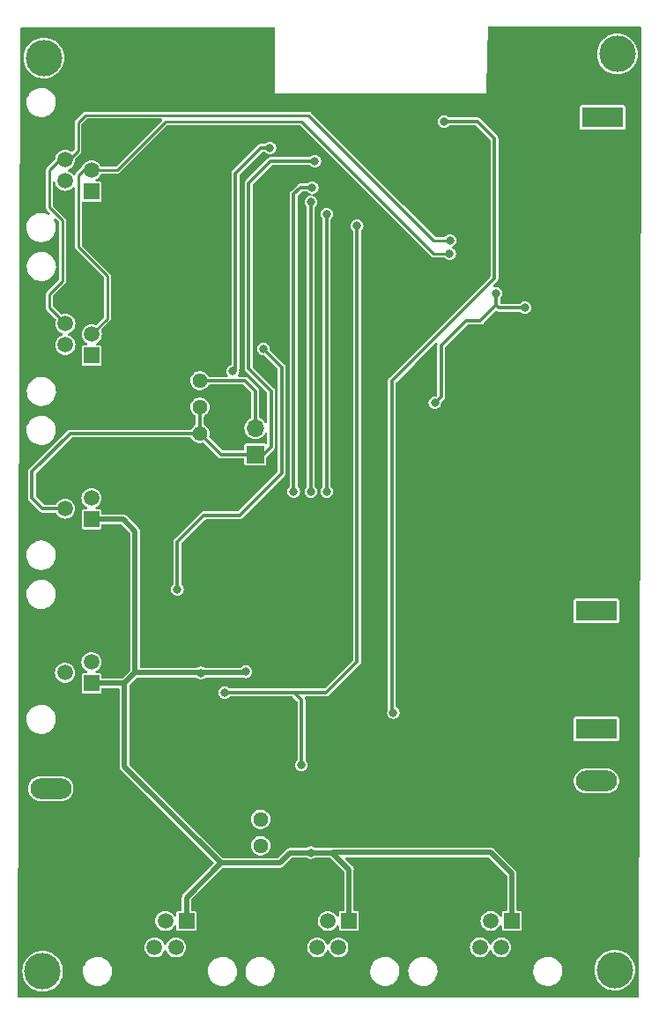
<source format=gbr>
%TF.GenerationSoftware,KiCad,Pcbnew,7.0.6*%
%TF.CreationDate,2024-05-05T09:17:32-05:00*%
%TF.ProjectId,BOARD_ESP32_S3,424f4152-445f-4455-9350-33325f53332e,rev?*%
%TF.SameCoordinates,Original*%
%TF.FileFunction,Copper,L2,Bot*%
%TF.FilePolarity,Positive*%
%FSLAX46Y46*%
G04 Gerber Fmt 4.6, Leading zero omitted, Abs format (unit mm)*
G04 Created by KiCad (PCBNEW 7.0.6) date 2024-05-05 09:17:32*
%MOMM*%
%LPD*%
G01*
G04 APERTURE LIST*
%TA.AperFunction,ComponentPad*%
%ADD10C,3.500000*%
%TD*%
%TA.AperFunction,ComponentPad*%
%ADD11R,1.520000X1.520000*%
%TD*%
%TA.AperFunction,ComponentPad*%
%ADD12C,1.520000*%
%TD*%
%TA.AperFunction,ComponentPad*%
%ADD13R,3.960000X1.980000*%
%TD*%
%TA.AperFunction,ComponentPad*%
%ADD14O,3.960000X1.980000*%
%TD*%
%TA.AperFunction,ComponentPad*%
%ADD15R,1.700000X1.700000*%
%TD*%
%TA.AperFunction,ComponentPad*%
%ADD16O,1.700000X1.700000*%
%TD*%
%TA.AperFunction,ComponentPad*%
%ADD17C,1.440000*%
%TD*%
%TA.AperFunction,ViaPad*%
%ADD18C,0.800000*%
%TD*%
%TA.AperFunction,Conductor*%
%ADD19C,0.500000*%
%TD*%
%TA.AperFunction,Conductor*%
%ADD20C,0.250000*%
%TD*%
%TA.AperFunction,Conductor*%
%ADD21C,0.350000*%
%TD*%
G04 APERTURE END LIST*
D10*
%TO.P,GND,1*%
%TO.N,N/C*%
X195224400Y-124104400D03*
%TD*%
%TO.P,GND,1*%
%TO.N,N/C*%
X140233400Y-124231400D03*
%TD*%
D11*
%TO.P,PLUVIOMETER1,1*%
%TO.N,/+3v3*%
X144932400Y-96561400D03*
D12*
%TO.P,PLUVIOMETER1,2*%
X142392400Y-95541400D03*
%TO.P,PLUVIOMETER1,3*%
%TO.N,/GPIO06*%
X144932400Y-94521400D03*
%TO.P,PLUVIOMETER1,4*%
%TO.N,GND*%
X142392400Y-93501400D03*
%TO.P,PLUVIOMETER1,5*%
X144932400Y-92481400D03*
%TO.P,PLUVIOMETER1,6*%
X142392400Y-91461400D03*
%TD*%
D11*
%TO.P,TEMP_5CM,1*%
%TO.N,/+3v3*%
X154055400Y-119391400D03*
D12*
%TO.P,TEMP_5CM,2*%
X153035400Y-121931400D03*
%TO.P,TEMP_5CM,3*%
%TO.N,/DSB_SIGNAL01*%
X152015400Y-119391400D03*
%TO.P,TEMP_5CM,4*%
%TO.N,unconnected-(TEMP_5CM1-Pad4)*%
X150995400Y-121931400D03*
%TO.P,TEMP_5CM,5*%
%TO.N,GND*%
X149975400Y-119391400D03*
%TO.P,TEMP_5CM,6*%
X148955400Y-121931400D03*
%TD*%
D10*
%TO.P,GND,1*%
%TO.N,N/C*%
X140360400Y-36474400D03*
%TD*%
D11*
%TO.P,BUS_I2C1,1*%
%TO.N,/+3v3*%
X144954400Y-65059400D03*
D12*
%TO.P,BUS_I2C1,2*%
X142414400Y-64039400D03*
%TO.P,BUS_I2C1,3*%
%TO.N,/GPIO36*%
X144954400Y-63019400D03*
%TO.P,BUS_I2C1,4*%
%TO.N,/GPIO37*%
X142414400Y-61999400D03*
%TO.P,BUS_I2C1,5*%
%TO.N,GND*%
X144954400Y-60979400D03*
%TO.P,BUS_I2C1,6*%
X142414400Y-59959400D03*
%TD*%
D11*
%TO.P,TEMP_10CM,1*%
%TO.N,/+3v3*%
X169676400Y-119391400D03*
D12*
%TO.P,TEMP_10CM,2*%
X168656400Y-121931400D03*
%TO.P,TEMP_10CM,3*%
%TO.N,/DSB_SIGNAL02*%
X167636400Y-119391400D03*
%TO.P,TEMP_10CM,4*%
%TO.N,unconnected-(TEMP_10CM1-Pad4)*%
X166616400Y-121931400D03*
%TO.P,TEMP_10CM,5*%
%TO.N,GND*%
X165596400Y-119391400D03*
%TO.P,TEMP_10CM,6*%
X164576400Y-121931400D03*
%TD*%
D13*
%TO.P,VBAT,1,Pin_1*%
%TO.N,/VBAT*%
X194056000Y-42193000D03*
D14*
%TO.P,VBAT,2,Pin_2*%
%TO.N,GND*%
X194056000Y-47193000D03*
%TD*%
D11*
%TO.P,W_SPEED/W_DIR1,1*%
%TO.N,/+3v3*%
X144932400Y-80797400D03*
D12*
%TO.P,W_SPEED/W_DIR1,2*%
%TO.N,/GPIO05*%
X142392400Y-79777400D03*
%TO.P,W_SPEED/W_DIR1,3*%
%TO.N,/GPIO04*%
X144932400Y-78757400D03*
%TO.P,W_SPEED/W_DIR1,4*%
%TO.N,GND*%
X142392400Y-77737400D03*
%TO.P,W_SPEED/W_DIR1,5*%
X144932400Y-76717400D03*
%TO.P,W_SPEED/W_DIR1,6*%
X142392400Y-75697400D03*
%TD*%
D15*
%TO.P,J3,1,Pin_1*%
%TO.N,/GPIO05*%
X160680400Y-74574400D03*
D16*
%TO.P,J3,2,Pin_2*%
%TO.N,Net-(J3-Pin_2)*%
X160680400Y-72034400D03*
%TD*%
D17*
%TO.P,RV1,3,3*%
%TO.N,/GPIO05*%
X155346400Y-72557400D03*
%TO.P,RV1,2,2*%
X155346400Y-70017400D03*
%TO.P,RV1,1,1*%
%TO.N,Net-(J3-Pin_2)*%
X155346400Y-67477400D03*
%TD*%
D10*
%TO.P,GND,1*%
%TO.N,N/C*%
X195478400Y-36093400D03*
%TD*%
D17*
%TO.P,RV2,1,1*%
%TO.N,/+3v3*%
X161188400Y-112166400D03*
%TO.P,RV2,2,2*%
%TO.N,Net-(U6-1IN-)*%
X161188400Y-109626400D03*
%TO.P,RV2,3,3*%
%TO.N,GND*%
X161188400Y-107086400D03*
%TD*%
D11*
%TO.P,TEMP_15CM,1*%
%TO.N,/+3v3*%
X185328400Y-119383400D03*
D12*
%TO.P,TEMP_15CM,2*%
X184308400Y-121923400D03*
%TO.P,TEMP_15CM,3*%
%TO.N,/DSB_SIGNAL03*%
X183288400Y-119383400D03*
%TO.P,TEMP_15CM,4*%
%TO.N,unconnected-(TEMP_15CM1-Pad4)*%
X182268400Y-121923400D03*
%TO.P,TEMP_15CM,5*%
%TO.N,GND*%
X181248400Y-119383400D03*
%TO.P,TEMP_15CM,6*%
X180228400Y-121923400D03*
%TD*%
D13*
%TO.P,J4,1,Pin_1*%
%TO.N,/-P*%
X193446400Y-100943200D03*
D14*
%TO.P,J4,2,Pin_2*%
%TO.N,/+P*%
X193446400Y-105943200D03*
%TD*%
%TO.P,J5,2,Pin_2*%
%TO.N,/GPIO08*%
X141020800Y-106658400D03*
D13*
%TO.P,J5,1,Pin_1*%
%TO.N,GND*%
X141020800Y-111658400D03*
%TD*%
D11*
%TO.P,EXTERNAL_I2C1,1*%
%TO.N,/+3v3*%
X144932400Y-49305400D03*
D12*
%TO.P,EXTERNAL_I2C1,2*%
X142392400Y-48285400D03*
%TO.P,EXTERNAL_I2C1,3*%
%TO.N,/GPIO36*%
X144932400Y-47265400D03*
%TO.P,EXTERNAL_I2C1,4*%
%TO.N,/GPIO37*%
X142392400Y-46245400D03*
%TO.P,EXTERNAL_I2C1,5*%
%TO.N,GND*%
X144932400Y-45225400D03*
%TO.P,EXTERNAL_I2C1,6*%
X142392400Y-44205400D03*
%TD*%
D14*
%TO.P,J1,2,Pin_2*%
%TO.N,GND*%
X193446400Y-94614800D03*
D13*
%TO.P,J1,1,Pin_1*%
%TO.N,/V_EXT*%
X193446400Y-89614800D03*
%TD*%
D18*
%TO.N,GND*%
X157810200Y-55676800D03*
X174574200Y-76504800D03*
%TO.N,/+3v3*%
X159766000Y-95453200D03*
X166014400Y-112826800D03*
X155448000Y-95554800D03*
%TO.N,/GPIO0*%
X183819800Y-59080400D03*
X186588400Y-60477400D03*
X177927000Y-69621400D03*
%TO.N,/GPIO04*%
X162077400Y-45110400D03*
X158521400Y-66573400D03*
%TO.N,/GPIO05*%
X166395400Y-46380400D03*
%TO.N,/GPIO08*%
X170459400Y-52603400D03*
X165100000Y-104419400D03*
X157734000Y-97434400D03*
%TO.N,/GPIO36*%
X179349400Y-55272200D03*
%TO.N,/GPIO37*%
X179374800Y-54000829D03*
%TO.N,/GPIO01*%
X173939200Y-99364800D03*
X178816000Y-42572200D03*
%TO.N,/DSB_SIGNAL01*%
X164363400Y-78130400D03*
X166141400Y-48920400D03*
%TO.N,/DSB_SIGNAL02*%
X166006400Y-78130400D03*
X166014400Y-50317400D03*
%TO.N,/DSB_SIGNAL03*%
X167538400Y-78130400D03*
X167538400Y-51460400D03*
%TO.N,/GPIO06*%
X161442400Y-64414400D03*
X153187400Y-87528400D03*
%TD*%
D19*
%TO.N,/+3v3*%
X148091400Y-104530400D02*
X157378400Y-113817400D01*
X168073400Y-112828400D02*
X166016000Y-112828400D01*
X147980400Y-80797400D02*
X144932400Y-80797400D01*
D20*
X168073400Y-112828400D02*
X168100400Y-112801400D01*
D19*
X159689800Y-95529400D02*
X159766000Y-95453200D01*
X144932400Y-96561400D02*
X148091400Y-96561400D01*
X148091400Y-96561400D02*
X148091400Y-104530400D01*
X157378400Y-113817400D02*
X163020400Y-113817400D01*
X148091400Y-96561400D02*
X149123400Y-95529400D01*
X155422600Y-95529400D02*
X155448000Y-95554800D01*
X149123400Y-81940400D02*
X147980400Y-80797400D01*
X159766000Y-95453200D02*
X159715200Y-95504000D01*
X163020400Y-113817400D02*
X164009400Y-112828400D01*
X169676400Y-114431400D02*
X168073400Y-112828400D01*
X166016000Y-112828400D02*
X166014400Y-112826800D01*
X185328400Y-114843400D02*
X185328400Y-119383400D01*
X168100400Y-112801400D02*
X183286400Y-112801400D01*
X166014400Y-112826800D02*
X166012800Y-112828400D01*
X183286400Y-112801400D02*
X185328400Y-114843400D01*
X155473400Y-95529400D02*
X159689800Y-95529400D01*
X149123400Y-95529400D02*
X149123400Y-81940400D01*
X149123400Y-95529400D02*
X155422600Y-95529400D01*
X169676400Y-119391400D02*
X169676400Y-114431400D01*
X154055400Y-119391400D02*
X154055400Y-117140400D01*
X166012800Y-112828400D02*
X164009400Y-112828400D01*
X155448000Y-95554800D02*
X155473400Y-95529400D01*
X154055400Y-117140400D02*
X157378400Y-113817400D01*
D21*
%TO.N,/GPIO0*%
X180898800Y-61722000D02*
X182321200Y-61722000D01*
X182321200Y-61722000D02*
X183819800Y-60223400D01*
X183819800Y-60223400D02*
X183819800Y-59080400D01*
D20*
X177927000Y-69621400D02*
X177952400Y-69621400D01*
D21*
X186588400Y-60477400D02*
X184073800Y-60477400D01*
X178536600Y-69037200D02*
X178536600Y-64084200D01*
X184073800Y-60477400D02*
X183819800Y-60223400D01*
X178536600Y-64084200D02*
X180898800Y-61722000D01*
X177952400Y-69621400D02*
X178536600Y-69037200D01*
%TO.N,/GPIO04*%
X158750000Y-66344800D02*
X158750000Y-47548800D01*
X161188400Y-45110400D02*
X162077400Y-45110400D01*
X158750000Y-47548800D02*
X161188400Y-45110400D01*
D20*
X158521400Y-66573400D02*
X158535200Y-66559600D01*
D21*
X158535200Y-66559600D02*
X158750000Y-66344800D01*
%TO.N,/GPIO05*%
X157363400Y-74574400D02*
X155346400Y-72557400D01*
X142885400Y-72557400D02*
X155346400Y-72557400D01*
X162204400Y-68478400D02*
X160020000Y-66294000D01*
X162204400Y-73812400D02*
X162204400Y-68478400D01*
X161442400Y-74574400D02*
X162204400Y-73812400D01*
X160020000Y-48514000D02*
X162153600Y-46380400D01*
X160680400Y-74574400D02*
X157363400Y-74574400D01*
X142392400Y-79777400D02*
X140229400Y-79777400D01*
X162153600Y-46380400D02*
X166395400Y-46380400D01*
X139217400Y-76225400D02*
X142885400Y-72557400D01*
D20*
X160680400Y-74574400D02*
X161442400Y-74574400D01*
D21*
X155346400Y-70017400D02*
X155346400Y-72557400D01*
X140229400Y-79777400D02*
X139217400Y-78765400D01*
X139217400Y-78765400D02*
X139217400Y-76225400D01*
X160020000Y-66294000D02*
X160020000Y-48514000D01*
%TO.N,/GPIO08*%
X167487600Y-97434400D02*
X163906200Y-97434400D01*
D20*
X164388800Y-97434400D02*
X163906200Y-97434400D01*
D21*
X165100000Y-104419400D02*
X165100000Y-98145600D01*
X170459400Y-94462600D02*
X167487600Y-97434400D01*
X170459400Y-52603400D02*
X170459400Y-94462600D01*
X165100000Y-98145600D02*
X164388800Y-97434400D01*
X163906200Y-97434400D02*
X157734000Y-97434400D01*
D20*
%TO.N,/GPIO36*%
X146456400Y-61517400D02*
X144954400Y-63019400D01*
X143662400Y-54635400D02*
X146456400Y-57429400D01*
X177776400Y-55272200D02*
X165074600Y-42570400D01*
X146456400Y-57429400D02*
X146456400Y-61517400D01*
X144932400Y-47265400D02*
X144174400Y-47265400D01*
X152069800Y-42570400D02*
X147374800Y-47265400D01*
X144174400Y-47265400D02*
X143662400Y-47777400D01*
X143662400Y-47777400D02*
X143662400Y-54635400D01*
X179349400Y-55272200D02*
X177776400Y-55272200D01*
X147374800Y-47265400D02*
X144932400Y-47265400D01*
X165074600Y-42570400D02*
X152069800Y-42570400D01*
%TO.N,/GPIO37*%
X140868400Y-47269400D02*
X140868400Y-50825400D01*
X144322800Y-41960800D02*
X143637000Y-42646600D01*
X140868400Y-50825400D02*
X142138400Y-52095400D01*
X143637000Y-45415200D02*
X142806800Y-46245400D01*
X143637000Y-42646600D02*
X143637000Y-45415200D01*
X177825829Y-54000829D02*
X165785800Y-41960800D01*
X140868400Y-59207400D02*
X140868400Y-60453400D01*
X140868400Y-60453400D02*
X142414400Y-61999400D01*
X142806800Y-46245400D02*
X142392400Y-46245400D01*
X141892400Y-46245400D02*
X140868400Y-47269400D01*
X179374800Y-54000829D02*
X177825829Y-54000829D01*
X165785800Y-41960800D02*
X144322800Y-41960800D01*
X142138400Y-57937400D02*
X140868400Y-59207400D01*
X142138400Y-52095400D02*
X142138400Y-57937400D01*
X142392400Y-46245400D02*
X141892400Y-46245400D01*
D21*
%TO.N,/GPIO01*%
X178816000Y-42572200D02*
X182018200Y-42572200D01*
D20*
X173849200Y-99274800D02*
X173939200Y-99364800D01*
D21*
X173799200Y-67500800D02*
X173799200Y-99224800D01*
X183642000Y-57658000D02*
X173799200Y-67500800D01*
X182018200Y-42572200D02*
X183642000Y-44196000D01*
X183642000Y-44196000D02*
X183642000Y-57658000D01*
X173799200Y-99224800D02*
X173849200Y-99274800D01*
%TO.N,Net-(J3-Pin_2)*%
X160680400Y-72034400D02*
X160680400Y-68478400D01*
X160680400Y-68478400D02*
X159679400Y-67477400D01*
X159679400Y-67477400D02*
X155346400Y-67477400D01*
%TO.N,/DSB_SIGNAL01*%
X164363400Y-49555400D02*
X164363400Y-78130400D01*
X164998400Y-48920400D02*
X164363400Y-49555400D01*
X166141400Y-48920400D02*
X164998400Y-48920400D01*
D20*
%TO.N,/DSB_SIGNAL02*%
X166014400Y-50317400D02*
X166006400Y-50325400D01*
D21*
X166006400Y-50325400D02*
X166006400Y-78130400D01*
%TO.N,/DSB_SIGNAL03*%
X167538400Y-78130400D02*
X167538400Y-51460400D01*
%TO.N,/GPIO06*%
X163220400Y-76352400D02*
X159156400Y-80416400D01*
X163220400Y-66192400D02*
X163220400Y-76352400D01*
X161442400Y-64414400D02*
X163220400Y-66192400D01*
X153187400Y-82956400D02*
X153187400Y-87528400D01*
X155727400Y-80416400D02*
X153187400Y-82956400D01*
X159156400Y-80416400D02*
X155727400Y-80416400D01*
%TD*%
%TA.AperFunction,Conductor*%
%TO.N,GND*%
G36*
X151661250Y-42305985D02*
G01*
X151707005Y-42358789D01*
X151716949Y-42427947D01*
X151687924Y-42491503D01*
X151681892Y-42497981D01*
X147276293Y-46903581D01*
X147214970Y-46937066D01*
X147188612Y-46939900D01*
X145921839Y-46939900D01*
X145854800Y-46920215D01*
X145812481Y-46874354D01*
X145777378Y-46808682D01*
X145734890Y-46729193D01*
X145734887Y-46729189D01*
X145614862Y-46582937D01*
X145468610Y-46462912D01*
X145468608Y-46462911D01*
X145468607Y-46462910D01*
X145301746Y-46373720D01*
X145211218Y-46346258D01*
X145120689Y-46318797D01*
X144932400Y-46300253D01*
X144744110Y-46318797D01*
X144563051Y-46373721D01*
X144396189Y-46462912D01*
X144249937Y-46582937D01*
X144129912Y-46729189D01*
X144040719Y-46896055D01*
X144028954Y-46934839D01*
X143990656Y-46993278D01*
X143972299Y-47006227D01*
X143961950Y-47012202D01*
X143961942Y-47012209D01*
X143935923Y-47043215D01*
X143932269Y-47047203D01*
X143444203Y-47535270D01*
X143440214Y-47538925D01*
X143409205Y-47564945D01*
X143388962Y-47600006D01*
X143386056Y-47604566D01*
X143362846Y-47637713D01*
X143360603Y-47642523D01*
X143350921Y-47665898D01*
X143347837Y-47671240D01*
X143297271Y-47719457D01*
X143228665Y-47732682D01*
X143163799Y-47706716D01*
X143144594Y-47687907D01*
X143074861Y-47602937D01*
X142928610Y-47482912D01*
X142928608Y-47482911D01*
X142928607Y-47482910D01*
X142837484Y-47434203D01*
X142761747Y-47393720D01*
X142744696Y-47388548D01*
X142729901Y-47384060D01*
X142671464Y-47345764D01*
X142643007Y-47281952D01*
X142653566Y-47212885D01*
X142699790Y-47160491D01*
X142729900Y-47146740D01*
X142761746Y-47137080D01*
X142928607Y-47047890D01*
X143074862Y-46927862D01*
X143194890Y-46781607D01*
X143284080Y-46614746D01*
X143339002Y-46433691D01*
X143357547Y-46245400D01*
X143355188Y-46221453D01*
X143368204Y-46152808D01*
X143390906Y-46121618D01*
X143855204Y-45657320D01*
X143859166Y-45653689D01*
X143890194Y-45627655D01*
X143910438Y-45592590D01*
X143913335Y-45588041D01*
X143936554Y-45554884D01*
X143936554Y-45554881D01*
X143938819Y-45550024D01*
X143945747Y-45533299D01*
X143947587Y-45528246D01*
X143947588Y-45528245D01*
X143954621Y-45488350D01*
X143955777Y-45483137D01*
X143966263Y-45444007D01*
X143962735Y-45403689D01*
X143962500Y-45398286D01*
X143962500Y-42832787D01*
X143982185Y-42765748D01*
X143998819Y-42745106D01*
X144421307Y-42322619D01*
X144482630Y-42289134D01*
X144508988Y-42286300D01*
X151594211Y-42286300D01*
X151661250Y-42305985D01*
G37*
%TD.AperFunction*%
%TA.AperFunction,Conductor*%
G36*
X197707100Y-33446585D02*
G01*
X197752855Y-33499389D01*
X197764060Y-33551233D01*
X197655260Y-73535531D01*
X197510737Y-126647237D01*
X197490870Y-126714223D01*
X197437941Y-126759834D01*
X197386737Y-126770900D01*
X137944740Y-126770900D01*
X137877701Y-126751215D01*
X137831946Y-126698411D01*
X137820740Y-126646562D01*
X137822209Y-126107672D01*
X137827321Y-124231401D01*
X138277918Y-124231401D01*
X138297822Y-124509699D01*
X138349549Y-124747479D01*
X138357129Y-124782323D01*
X138417666Y-124944630D01*
X138454631Y-125043738D01*
X138454633Y-125043742D01*
X138588340Y-125288607D01*
X138588345Y-125288615D01*
X138755538Y-125511960D01*
X138755554Y-125511978D01*
X138952821Y-125709245D01*
X138952839Y-125709261D01*
X139176184Y-125876454D01*
X139176192Y-125876459D01*
X139421057Y-126010166D01*
X139421061Y-126010168D01*
X139421063Y-126010169D01*
X139682477Y-126107671D01*
X139818791Y-126137324D01*
X139955100Y-126166977D01*
X139955102Y-126166977D01*
X139955106Y-126166978D01*
X140202414Y-126184665D01*
X140233399Y-126186882D01*
X140233400Y-126186882D01*
X140233401Y-126186882D01*
X140261281Y-126184887D01*
X140511694Y-126166978D01*
X140784323Y-126107671D01*
X141045737Y-126010169D01*
X141290613Y-125876456D01*
X141513968Y-125709255D01*
X141711255Y-125511968D01*
X141878456Y-125288613D01*
X142012169Y-125043737D01*
X142109671Y-124782323D01*
X142168978Y-124509694D01*
X142188882Y-124231400D01*
X142184615Y-124171746D01*
X144101102Y-124171746D01*
X144111219Y-124409928D01*
X144111219Y-124409932D01*
X144161445Y-124642980D01*
X144247120Y-124856188D01*
X144250336Y-124864190D01*
X144375331Y-125067195D01*
X144532836Y-125246155D01*
X144718320Y-125395923D01*
X144906673Y-125501144D01*
X144926066Y-125511978D01*
X144926446Y-125512190D01*
X145052351Y-125556675D01*
X145151229Y-125591611D01*
X145386190Y-125631899D01*
X145386198Y-125631899D01*
X145386200Y-125631900D01*
X145386201Y-125631900D01*
X145564902Y-125631900D01*
X145742936Y-125616747D01*
X145742939Y-125616746D01*
X145742941Y-125616746D01*
X145973649Y-125556675D01*
X146106373Y-125496679D01*
X146190880Y-125458480D01*
X146190881Y-125458478D01*
X146190886Y-125458477D01*
X146388403Y-125324979D01*
X146560518Y-125160021D01*
X146702279Y-124968347D01*
X146809607Y-124755474D01*
X146879416Y-124527523D01*
X146909698Y-124291054D01*
X146904630Y-124171746D01*
X156101102Y-124171746D01*
X156111219Y-124409928D01*
X156111219Y-124409932D01*
X156161445Y-124642980D01*
X156247120Y-124856188D01*
X156250336Y-124864190D01*
X156375331Y-125067195D01*
X156532836Y-125246155D01*
X156718320Y-125395923D01*
X156906673Y-125501144D01*
X156926066Y-125511978D01*
X156926446Y-125512190D01*
X157052351Y-125556675D01*
X157151229Y-125591611D01*
X157386190Y-125631899D01*
X157386198Y-125631899D01*
X157386200Y-125631900D01*
X157386201Y-125631900D01*
X157564902Y-125631900D01*
X157742936Y-125616747D01*
X157742939Y-125616746D01*
X157742941Y-125616746D01*
X157973649Y-125556675D01*
X158106373Y-125496679D01*
X158190880Y-125458480D01*
X158190881Y-125458478D01*
X158190886Y-125458477D01*
X158388403Y-125324979D01*
X158560518Y-125160021D01*
X158702279Y-124968347D01*
X158809607Y-124755474D01*
X158879416Y-124527523D01*
X158909698Y-124291054D01*
X158904630Y-124171746D01*
X159722102Y-124171746D01*
X159732219Y-124409928D01*
X159732219Y-124409932D01*
X159782445Y-124642980D01*
X159868120Y-124856188D01*
X159871336Y-124864190D01*
X159996331Y-125067195D01*
X160153836Y-125246155D01*
X160339320Y-125395923D01*
X160527673Y-125501144D01*
X160547066Y-125511978D01*
X160547446Y-125512190D01*
X160673351Y-125556675D01*
X160772229Y-125591611D01*
X161007190Y-125631899D01*
X161007198Y-125631899D01*
X161007200Y-125631900D01*
X161007201Y-125631900D01*
X161185902Y-125631900D01*
X161363936Y-125616747D01*
X161363939Y-125616746D01*
X161363941Y-125616746D01*
X161594649Y-125556675D01*
X161727373Y-125496679D01*
X161811880Y-125458480D01*
X161811881Y-125458478D01*
X161811886Y-125458477D01*
X162009403Y-125324979D01*
X162181518Y-125160021D01*
X162323279Y-124968347D01*
X162430607Y-124755474D01*
X162500416Y-124527523D01*
X162530698Y-124291054D01*
X162525630Y-124171746D01*
X171722102Y-124171746D01*
X171732219Y-124409928D01*
X171732219Y-124409932D01*
X171782445Y-124642980D01*
X171868120Y-124856188D01*
X171871336Y-124864190D01*
X171996331Y-125067195D01*
X172153836Y-125246155D01*
X172339320Y-125395923D01*
X172527673Y-125501144D01*
X172547066Y-125511978D01*
X172547446Y-125512190D01*
X172673351Y-125556675D01*
X172772229Y-125591611D01*
X173007190Y-125631899D01*
X173007198Y-125631899D01*
X173007200Y-125631900D01*
X173007201Y-125631900D01*
X173185902Y-125631900D01*
X173363936Y-125616747D01*
X173363939Y-125616746D01*
X173363941Y-125616746D01*
X173594649Y-125556675D01*
X173727373Y-125496679D01*
X173811880Y-125458480D01*
X173811881Y-125458478D01*
X173811886Y-125458477D01*
X174009403Y-125324979D01*
X174181518Y-125160021D01*
X174323279Y-124968347D01*
X174430607Y-124755474D01*
X174500416Y-124527523D01*
X174530698Y-124291054D01*
X174525290Y-124163746D01*
X175374102Y-124163746D01*
X175384219Y-124401928D01*
X175384219Y-124401932D01*
X175434445Y-124634980D01*
X175493653Y-124782323D01*
X175523336Y-124856190D01*
X175648331Y-125059195D01*
X175805836Y-125238155D01*
X175991320Y-125387923D01*
X176199446Y-125504190D01*
X176325351Y-125548675D01*
X176424229Y-125583611D01*
X176659190Y-125623899D01*
X176659198Y-125623899D01*
X176659200Y-125623900D01*
X176659201Y-125623900D01*
X176837902Y-125623900D01*
X177015936Y-125608747D01*
X177015939Y-125608746D01*
X177015941Y-125608746D01*
X177246649Y-125548675D01*
X177379373Y-125488679D01*
X177463880Y-125450480D01*
X177463881Y-125450478D01*
X177463886Y-125450477D01*
X177607834Y-125353184D01*
X177661393Y-125316986D01*
X177661394Y-125316984D01*
X177661403Y-125316979D01*
X177833518Y-125152021D01*
X177975279Y-124960347D01*
X178082607Y-124747474D01*
X178152416Y-124519523D01*
X178182698Y-124283054D01*
X178177630Y-124163746D01*
X187374102Y-124163746D01*
X187384219Y-124401928D01*
X187384219Y-124401932D01*
X187434445Y-124634980D01*
X187493653Y-124782323D01*
X187523336Y-124856190D01*
X187648331Y-125059195D01*
X187805836Y-125238155D01*
X187991320Y-125387923D01*
X188199446Y-125504190D01*
X188325351Y-125548675D01*
X188424229Y-125583611D01*
X188659190Y-125623899D01*
X188659198Y-125623899D01*
X188659200Y-125623900D01*
X188659201Y-125623900D01*
X188837902Y-125623900D01*
X189015936Y-125608747D01*
X189015939Y-125608746D01*
X189015941Y-125608746D01*
X189246649Y-125548675D01*
X189379373Y-125488679D01*
X189463880Y-125450480D01*
X189463881Y-125450478D01*
X189463886Y-125450477D01*
X189607834Y-125353184D01*
X189661393Y-125316986D01*
X189661394Y-125316984D01*
X189661403Y-125316979D01*
X189833518Y-125152021D01*
X189975279Y-124960347D01*
X190082607Y-124747474D01*
X190152416Y-124519523D01*
X190182698Y-124283054D01*
X190175109Y-124104401D01*
X193268918Y-124104401D01*
X193288822Y-124382699D01*
X193345444Y-124642981D01*
X193348129Y-124655323D01*
X193385483Y-124755473D01*
X193445631Y-124916738D01*
X193445633Y-124916742D01*
X193579340Y-125161607D01*
X193579345Y-125161615D01*
X193746538Y-125384960D01*
X193746554Y-125384978D01*
X193943821Y-125582245D01*
X193943839Y-125582261D01*
X194167184Y-125749454D01*
X194167192Y-125749459D01*
X194412057Y-125883166D01*
X194412061Y-125883168D01*
X194412063Y-125883169D01*
X194673477Y-125980671D01*
X194809063Y-126010166D01*
X194946100Y-126039977D01*
X194946102Y-126039977D01*
X194946106Y-126039978D01*
X195193414Y-126057665D01*
X195224399Y-126059882D01*
X195224400Y-126059882D01*
X195224401Y-126059882D01*
X195252281Y-126057887D01*
X195502694Y-126039978D01*
X195775323Y-125980671D01*
X196036737Y-125883169D01*
X196281613Y-125749456D01*
X196504968Y-125582255D01*
X196702255Y-125384968D01*
X196869456Y-125161613D01*
X197003169Y-124916737D01*
X197100671Y-124655323D01*
X197159978Y-124382694D01*
X197179882Y-124104400D01*
X197159978Y-123826106D01*
X197158610Y-123819819D01*
X197100672Y-123553483D01*
X197100671Y-123553477D01*
X197003169Y-123292063D01*
X196961987Y-123216645D01*
X196869459Y-123047192D01*
X196869454Y-123047184D01*
X196702261Y-122823839D01*
X196702245Y-122823821D01*
X196504978Y-122626554D01*
X196504960Y-122626538D01*
X196281615Y-122459345D01*
X196281607Y-122459340D01*
X196036742Y-122325633D01*
X196036738Y-122325631D01*
X195937630Y-122288666D01*
X195775323Y-122228129D01*
X195775319Y-122228128D01*
X195775316Y-122228127D01*
X195502699Y-122168822D01*
X195224401Y-122148918D01*
X195224399Y-122148918D01*
X194946100Y-122168822D01*
X194673483Y-122228127D01*
X194673478Y-122228128D01*
X194673477Y-122228129D01*
X194666343Y-122230790D01*
X194412061Y-122325631D01*
X194412057Y-122325633D01*
X194167192Y-122459340D01*
X194167184Y-122459345D01*
X193943839Y-122626538D01*
X193943821Y-122626554D01*
X193746554Y-122823821D01*
X193746538Y-122823839D01*
X193579345Y-123047184D01*
X193579340Y-123047192D01*
X193445633Y-123292057D01*
X193445631Y-123292061D01*
X193348127Y-123553483D01*
X193288822Y-123826100D01*
X193268918Y-124104398D01*
X193268918Y-124104401D01*
X190175109Y-124104401D01*
X190172580Y-124044868D01*
X190152802Y-123953100D01*
X190122354Y-123811819D01*
X190036679Y-123598611D01*
X190033464Y-123590610D01*
X189908469Y-123387605D01*
X189750964Y-123208645D01*
X189565480Y-123058877D01*
X189451530Y-122995220D01*
X189357355Y-122942610D01*
X189132570Y-122863188D01*
X188897609Y-122822900D01*
X188897600Y-122822900D01*
X188718903Y-122822900D01*
X188718898Y-122822900D01*
X188540863Y-122838052D01*
X188310151Y-122898124D01*
X188092919Y-122996319D01*
X188092911Y-122996324D01*
X187895406Y-123129813D01*
X187895397Y-123129821D01*
X187723281Y-123294779D01*
X187581523Y-123486450D01*
X187581520Y-123486454D01*
X187474196Y-123699320D01*
X187474193Y-123699326D01*
X187404383Y-123927278D01*
X187374102Y-124163746D01*
X178177630Y-124163746D01*
X178172580Y-124044868D01*
X178152802Y-123953100D01*
X178122354Y-123811819D01*
X178036679Y-123598611D01*
X178033464Y-123590610D01*
X177908469Y-123387605D01*
X177750964Y-123208645D01*
X177565480Y-123058877D01*
X177451530Y-122995220D01*
X177357355Y-122942610D01*
X177132570Y-122863188D01*
X176897609Y-122822900D01*
X176897600Y-122822900D01*
X176718903Y-122822900D01*
X176718898Y-122822900D01*
X176540863Y-122838052D01*
X176310151Y-122898124D01*
X176092919Y-122996319D01*
X176092911Y-122996324D01*
X175895406Y-123129813D01*
X175895397Y-123129821D01*
X175723281Y-123294779D01*
X175581523Y-123486450D01*
X175581520Y-123486454D01*
X175474196Y-123699320D01*
X175474193Y-123699326D01*
X175404383Y-123927278D01*
X175374102Y-124163746D01*
X174525290Y-124163746D01*
X174520580Y-124052868D01*
X174470354Y-123819819D01*
X174381464Y-123598610D01*
X174256469Y-123395605D01*
X174098964Y-123216645D01*
X173913480Y-123066877D01*
X173787185Y-122996324D01*
X173705355Y-122950610D01*
X173480570Y-122871188D01*
X173245609Y-122830900D01*
X173245600Y-122830900D01*
X173066903Y-122830900D01*
X173066898Y-122830900D01*
X172888863Y-122846052D01*
X172658151Y-122906124D01*
X172440919Y-123004319D01*
X172440911Y-123004324D01*
X172243406Y-123137813D01*
X172243397Y-123137821D01*
X172071281Y-123302779D01*
X171929523Y-123494450D01*
X171929520Y-123494454D01*
X171822196Y-123707320D01*
X171822193Y-123707326D01*
X171752383Y-123935278D01*
X171722102Y-124171746D01*
X162525630Y-124171746D01*
X162520580Y-124052868D01*
X162470354Y-123819819D01*
X162381464Y-123598610D01*
X162256469Y-123395605D01*
X162098964Y-123216645D01*
X161913480Y-123066877D01*
X161787185Y-122996324D01*
X161705355Y-122950610D01*
X161480570Y-122871188D01*
X161245609Y-122830900D01*
X161245600Y-122830900D01*
X161066903Y-122830900D01*
X161066898Y-122830900D01*
X160888863Y-122846052D01*
X160658151Y-122906124D01*
X160440919Y-123004319D01*
X160440911Y-123004324D01*
X160243406Y-123137813D01*
X160243397Y-123137821D01*
X160071281Y-123302779D01*
X159929523Y-123494450D01*
X159929520Y-123494454D01*
X159822196Y-123707320D01*
X159822193Y-123707326D01*
X159752383Y-123935278D01*
X159722102Y-124171746D01*
X158904630Y-124171746D01*
X158899580Y-124052868D01*
X158849354Y-123819819D01*
X158760464Y-123598610D01*
X158635469Y-123395605D01*
X158477964Y-123216645D01*
X158292480Y-123066877D01*
X158166185Y-122996324D01*
X158084355Y-122950610D01*
X157859570Y-122871188D01*
X157624609Y-122830900D01*
X157624600Y-122830900D01*
X157445903Y-122830900D01*
X157445898Y-122830900D01*
X157267863Y-122846052D01*
X157037151Y-122906124D01*
X156819919Y-123004319D01*
X156819911Y-123004324D01*
X156622406Y-123137813D01*
X156622397Y-123137821D01*
X156450281Y-123302779D01*
X156308523Y-123494450D01*
X156308520Y-123494454D01*
X156201196Y-123707320D01*
X156201193Y-123707326D01*
X156131383Y-123935278D01*
X156101102Y-124171746D01*
X146904630Y-124171746D01*
X146899580Y-124052868D01*
X146849354Y-123819819D01*
X146760464Y-123598610D01*
X146635469Y-123395605D01*
X146477964Y-123216645D01*
X146292480Y-123066877D01*
X146166185Y-122996324D01*
X146084355Y-122950610D01*
X145859570Y-122871188D01*
X145624609Y-122830900D01*
X145624600Y-122830900D01*
X145445903Y-122830900D01*
X145445898Y-122830900D01*
X145267863Y-122846052D01*
X145037151Y-122906124D01*
X144819919Y-123004319D01*
X144819911Y-123004324D01*
X144622406Y-123137813D01*
X144622397Y-123137821D01*
X144450281Y-123302779D01*
X144308523Y-123494450D01*
X144308520Y-123494454D01*
X144201196Y-123707320D01*
X144201193Y-123707326D01*
X144131383Y-123935278D01*
X144101102Y-124171746D01*
X142184615Y-124171746D01*
X142168978Y-123953106D01*
X142163359Y-123927278D01*
X142138243Y-123811819D01*
X142109671Y-123680477D01*
X142012169Y-123419063D01*
X141994990Y-123387603D01*
X141878459Y-123174192D01*
X141878454Y-123174184D01*
X141711261Y-122950839D01*
X141711245Y-122950821D01*
X141513978Y-122753554D01*
X141513960Y-122753538D01*
X141290615Y-122586345D01*
X141290607Y-122586340D01*
X141045742Y-122452633D01*
X141045738Y-122452631D01*
X140946630Y-122415666D01*
X140784323Y-122355129D01*
X140784319Y-122355128D01*
X140784316Y-122355127D01*
X140511699Y-122295822D01*
X140233401Y-122275918D01*
X140233399Y-122275918D01*
X139955100Y-122295822D01*
X139682483Y-122355127D01*
X139682478Y-122355128D01*
X139682477Y-122355129D01*
X139619275Y-122378701D01*
X139421061Y-122452631D01*
X139421057Y-122452633D01*
X139176192Y-122586340D01*
X139176184Y-122586345D01*
X138952839Y-122753538D01*
X138952821Y-122753554D01*
X138755554Y-122950821D01*
X138755538Y-122950839D01*
X138588345Y-123174184D01*
X138588340Y-123174192D01*
X138454633Y-123419057D01*
X138454631Y-123419061D01*
X138357127Y-123680483D01*
X138297822Y-123953100D01*
X138277918Y-124231398D01*
X138277918Y-124231401D01*
X137827321Y-124231401D01*
X137833588Y-121931399D01*
X150030253Y-121931399D01*
X150048797Y-122119689D01*
X150065274Y-122174007D01*
X150103720Y-122300746D01*
X150188635Y-122459610D01*
X150192912Y-122467610D01*
X150312937Y-122613862D01*
X150449441Y-122725887D01*
X150459193Y-122733890D01*
X150626054Y-122823080D01*
X150807109Y-122878002D01*
X150995400Y-122896547D01*
X151183691Y-122878002D01*
X151364746Y-122823080D01*
X151531607Y-122733890D01*
X151677862Y-122613862D01*
X151797890Y-122467607D01*
X151887080Y-122300746D01*
X151896739Y-122268901D01*
X151935036Y-122210464D01*
X151998848Y-122182007D01*
X152067915Y-122192566D01*
X152120309Y-122238790D01*
X152134061Y-122268903D01*
X152143720Y-122300747D01*
X152194929Y-122396551D01*
X152228635Y-122459610D01*
X152232912Y-122467610D01*
X152352937Y-122613862D01*
X152489441Y-122725887D01*
X152499193Y-122733890D01*
X152666054Y-122823080D01*
X152847109Y-122878002D01*
X153035400Y-122896547D01*
X153223691Y-122878002D01*
X153404746Y-122823080D01*
X153571607Y-122733890D01*
X153717862Y-122613862D01*
X153837890Y-122467607D01*
X153927080Y-122300746D01*
X153982002Y-122119691D01*
X154000547Y-121931400D01*
X165651253Y-121931400D01*
X165669797Y-122119689D01*
X165686274Y-122174007D01*
X165724720Y-122300746D01*
X165809635Y-122459610D01*
X165813912Y-122467610D01*
X165933937Y-122613862D01*
X166070441Y-122725887D01*
X166080193Y-122733890D01*
X166247054Y-122823080D01*
X166428109Y-122878002D01*
X166616400Y-122896547D01*
X166804691Y-122878002D01*
X166985746Y-122823080D01*
X167152607Y-122733890D01*
X167298862Y-122613862D01*
X167418890Y-122467607D01*
X167508080Y-122300746D01*
X167517739Y-122268901D01*
X167556036Y-122210464D01*
X167619848Y-122182007D01*
X167688915Y-122192566D01*
X167741309Y-122238790D01*
X167755061Y-122268903D01*
X167764720Y-122300747D01*
X167815929Y-122396551D01*
X167849635Y-122459610D01*
X167853912Y-122467610D01*
X167973937Y-122613862D01*
X168110441Y-122725887D01*
X168120193Y-122733890D01*
X168287054Y-122823080D01*
X168468109Y-122878002D01*
X168656400Y-122896547D01*
X168844691Y-122878002D01*
X169025746Y-122823080D01*
X169192607Y-122733890D01*
X169338862Y-122613862D01*
X169458890Y-122467607D01*
X169548080Y-122300746D01*
X169603002Y-122119691D01*
X169621547Y-121931400D01*
X169620759Y-121923399D01*
X181303253Y-121923399D01*
X181321797Y-122111689D01*
X181339128Y-122168822D01*
X181376720Y-122292746D01*
X181465769Y-122459344D01*
X181465912Y-122459610D01*
X181585937Y-122605862D01*
X181732189Y-122725887D01*
X181732193Y-122725890D01*
X181899054Y-122815080D01*
X182080109Y-122870002D01*
X182268400Y-122888547D01*
X182456691Y-122870002D01*
X182637746Y-122815080D01*
X182804607Y-122725890D01*
X182950862Y-122605862D01*
X183070890Y-122459607D01*
X183160080Y-122292746D01*
X183169739Y-122260901D01*
X183208036Y-122202464D01*
X183271848Y-122174007D01*
X183340915Y-122184566D01*
X183393309Y-122230790D01*
X183407059Y-122260900D01*
X183411615Y-122275918D01*
X183416720Y-122292747D01*
X183450064Y-122355127D01*
X183505769Y-122459344D01*
X183505912Y-122459610D01*
X183625937Y-122605862D01*
X183772189Y-122725887D01*
X183772193Y-122725890D01*
X183939054Y-122815080D01*
X184120109Y-122870002D01*
X184308400Y-122888547D01*
X184496691Y-122870002D01*
X184677746Y-122815080D01*
X184844607Y-122725890D01*
X184990862Y-122605862D01*
X185110890Y-122459607D01*
X185200080Y-122292746D01*
X185255002Y-122111691D01*
X185273547Y-121923400D01*
X185255002Y-121735109D01*
X185200080Y-121554054D01*
X185110890Y-121387193D01*
X185110887Y-121387189D01*
X184990862Y-121240937D01*
X184844610Y-121120912D01*
X184844608Y-121120911D01*
X184844607Y-121120910D01*
X184677746Y-121031720D01*
X184587218Y-121004258D01*
X184496689Y-120976797D01*
X184308400Y-120958253D01*
X184120110Y-120976797D01*
X183939051Y-121031721D01*
X183772189Y-121120912D01*
X183625937Y-121240937D01*
X183505912Y-121387189D01*
X183416721Y-121554051D01*
X183407061Y-121585897D01*
X183368763Y-121644336D01*
X183304951Y-121672792D01*
X183235884Y-121662232D01*
X183183490Y-121616008D01*
X183169739Y-121585897D01*
X183160080Y-121554054D01*
X183070890Y-121387193D01*
X183070887Y-121387189D01*
X182950862Y-121240937D01*
X182804610Y-121120912D01*
X182804608Y-121120911D01*
X182804607Y-121120910D01*
X182637746Y-121031720D01*
X182547218Y-121004258D01*
X182456689Y-120976797D01*
X182268400Y-120958253D01*
X182080110Y-120976797D01*
X181899051Y-121031721D01*
X181732189Y-121120912D01*
X181585937Y-121240937D01*
X181465912Y-121387189D01*
X181376721Y-121554051D01*
X181321797Y-121735110D01*
X181303253Y-121923399D01*
X169620759Y-121923399D01*
X169603002Y-121743109D01*
X169548080Y-121562054D01*
X169458890Y-121395193D01*
X169452325Y-121387193D01*
X169338862Y-121248937D01*
X169192610Y-121128912D01*
X169192608Y-121128911D01*
X169192607Y-121128910D01*
X169025746Y-121039720D01*
X168935218Y-121012258D01*
X168844689Y-120984797D01*
X168676969Y-120968278D01*
X168656400Y-120966253D01*
X168656399Y-120966253D01*
X168468110Y-120984797D01*
X168287051Y-121039721D01*
X168120189Y-121128912D01*
X167973937Y-121248937D01*
X167853912Y-121395189D01*
X167764721Y-121562051D01*
X167764720Y-121562053D01*
X167764720Y-121562054D01*
X167757488Y-121585897D01*
X167755061Y-121593897D01*
X167716763Y-121652336D01*
X167652951Y-121680792D01*
X167583884Y-121670232D01*
X167531490Y-121624008D01*
X167517739Y-121593897D01*
X167508080Y-121562054D01*
X167418890Y-121395193D01*
X167412325Y-121387193D01*
X167298862Y-121248937D01*
X167152610Y-121128912D01*
X167152608Y-121128911D01*
X167152607Y-121128910D01*
X166985746Y-121039720D01*
X166895218Y-121012258D01*
X166804689Y-120984797D01*
X166616400Y-120966253D01*
X166428110Y-120984797D01*
X166247051Y-121039721D01*
X166080189Y-121128912D01*
X165933937Y-121248937D01*
X165813912Y-121395189D01*
X165724721Y-121562051D01*
X165669797Y-121743110D01*
X165651253Y-121931400D01*
X154000547Y-121931400D01*
X153982002Y-121743109D01*
X153927080Y-121562054D01*
X153837890Y-121395193D01*
X153831325Y-121387193D01*
X153717862Y-121248937D01*
X153571610Y-121128912D01*
X153571608Y-121128911D01*
X153571607Y-121128910D01*
X153404746Y-121039720D01*
X153314218Y-121012259D01*
X153223689Y-120984797D01*
X153035400Y-120966253D01*
X152847110Y-120984797D01*
X152666051Y-121039721D01*
X152499189Y-121128912D01*
X152352937Y-121248937D01*
X152232912Y-121395189D01*
X152143721Y-121562051D01*
X152143720Y-121562053D01*
X152143720Y-121562054D01*
X152136488Y-121585897D01*
X152134061Y-121593897D01*
X152095763Y-121652336D01*
X152031951Y-121680792D01*
X151962884Y-121670232D01*
X151910490Y-121624008D01*
X151896739Y-121593897D01*
X151887080Y-121562054D01*
X151797890Y-121395193D01*
X151791325Y-121387193D01*
X151677862Y-121248937D01*
X151531610Y-121128912D01*
X151531608Y-121128911D01*
X151531607Y-121128910D01*
X151364746Y-121039720D01*
X151274218Y-121012259D01*
X151183689Y-120984797D01*
X150995400Y-120966253D01*
X150807110Y-120984797D01*
X150626051Y-121039721D01*
X150459189Y-121128912D01*
X150312937Y-121248937D01*
X150192912Y-121395189D01*
X150103721Y-121562051D01*
X150048797Y-121743110D01*
X150030253Y-121931399D01*
X137833588Y-121931399D01*
X137874903Y-106768716D01*
X138840300Y-106768716D01*
X138880841Y-106985591D01*
X138908918Y-107058065D01*
X138960542Y-107191324D01*
X138960543Y-107191326D01*
X139061114Y-107353753D01*
X139076691Y-107378910D01*
X139225329Y-107541959D01*
X139401398Y-107674920D01*
X139502632Y-107725328D01*
X139598888Y-107773259D01*
X139598892Y-107773260D01*
X139598899Y-107773264D01*
X139811109Y-107833643D01*
X139975761Y-107848900D01*
X139975765Y-107848900D01*
X142065835Y-107848900D01*
X142065839Y-107848900D01*
X142230491Y-107833643D01*
X142442701Y-107773264D01*
X142640202Y-107674920D01*
X142816271Y-107541959D01*
X142964909Y-107378910D01*
X143081057Y-107191325D01*
X143160759Y-106985591D01*
X143201300Y-106768716D01*
X143201300Y-106548084D01*
X143160759Y-106331209D01*
X143081057Y-106125475D01*
X142964909Y-105937890D01*
X142816271Y-105774841D01*
X142640202Y-105641880D01*
X142640201Y-105641879D01*
X142442711Y-105543540D01*
X142442696Y-105543534D01*
X142230492Y-105483157D01*
X142230490Y-105483156D01*
X142113589Y-105472324D01*
X142065839Y-105467900D01*
X139975761Y-105467900D01*
X139931239Y-105472025D01*
X139811109Y-105483156D01*
X139811107Y-105483157D01*
X139598903Y-105543534D01*
X139598888Y-105543540D01*
X139401397Y-105641880D01*
X139225330Y-105774840D01*
X139225329Y-105774841D01*
X139076691Y-105937890D01*
X139076689Y-105937892D01*
X139076688Y-105937894D01*
X138960543Y-106125473D01*
X138960542Y-106125475D01*
X138904403Y-106270388D01*
X138880841Y-106331209D01*
X138840300Y-106548084D01*
X138840300Y-106768716D01*
X137874903Y-106768716D01*
X137893478Y-99951746D01*
X138688102Y-99951746D01*
X138698219Y-100189928D01*
X138698219Y-100189932D01*
X138748445Y-100422980D01*
X138837335Y-100644188D01*
X138837336Y-100644190D01*
X138962331Y-100847195D01*
X139119836Y-101026155D01*
X139305320Y-101175923D01*
X139513446Y-101292190D01*
X139639351Y-101336675D01*
X139738229Y-101371611D01*
X139973190Y-101411899D01*
X139973198Y-101411899D01*
X139973200Y-101411900D01*
X139973201Y-101411900D01*
X140151902Y-101411900D01*
X140329936Y-101396747D01*
X140329939Y-101396746D01*
X140329941Y-101396746D01*
X140560649Y-101336675D01*
X140693373Y-101276679D01*
X140777880Y-101238480D01*
X140777881Y-101238478D01*
X140777886Y-101238477D01*
X140975403Y-101104979D01*
X141147518Y-100940021D01*
X141289279Y-100748347D01*
X141396607Y-100535474D01*
X141466416Y-100307523D01*
X141496698Y-100071054D01*
X141486580Y-99832868D01*
X141478005Y-99793082D01*
X141436354Y-99599819D01*
X141404907Y-99521562D01*
X141347464Y-99378610D01*
X141222469Y-99175605D01*
X141064964Y-98996645D01*
X140879480Y-98846877D01*
X140765530Y-98783220D01*
X140671355Y-98730610D01*
X140446570Y-98651188D01*
X140211609Y-98610900D01*
X140211600Y-98610900D01*
X140032903Y-98610900D01*
X140032898Y-98610900D01*
X139854863Y-98626052D01*
X139624151Y-98686124D01*
X139406919Y-98784319D01*
X139406911Y-98784324D01*
X139209406Y-98917813D01*
X139209397Y-98917821D01*
X139037281Y-99082779D01*
X138895523Y-99274450D01*
X138895520Y-99274454D01*
X138788196Y-99487320D01*
X138788193Y-99487326D01*
X138718383Y-99715278D01*
X138688102Y-99951746D01*
X137893478Y-99951746D01*
X137905495Y-95541399D01*
X141427253Y-95541399D01*
X141445797Y-95729689D01*
X141461559Y-95781649D01*
X141500720Y-95910746D01*
X141579901Y-96058882D01*
X141589912Y-96077610D01*
X141709937Y-96223862D01*
X141856189Y-96343887D01*
X141856193Y-96343890D01*
X142023054Y-96433080D01*
X142204109Y-96488002D01*
X142392400Y-96506547D01*
X142580691Y-96488002D01*
X142761746Y-96433080D01*
X142928607Y-96343890D01*
X143074862Y-96223862D01*
X143194890Y-96077607D01*
X143284080Y-95910746D01*
X143339002Y-95729691D01*
X143357547Y-95541400D01*
X143339002Y-95353109D01*
X143284080Y-95172054D01*
X143194890Y-95005193D01*
X143148871Y-94949118D01*
X143074862Y-94858937D01*
X142928610Y-94738912D01*
X142928608Y-94738911D01*
X142928607Y-94738910D01*
X142761746Y-94649720D01*
X142671218Y-94622259D01*
X142580689Y-94594797D01*
X142392400Y-94576253D01*
X142204110Y-94594797D01*
X142023051Y-94649721D01*
X141856189Y-94738912D01*
X141709937Y-94858937D01*
X141589912Y-95005189D01*
X141500721Y-95172051D01*
X141445797Y-95353110D01*
X141427253Y-95541399D01*
X137905495Y-95541399D01*
X137908274Y-94521399D01*
X143967253Y-94521399D01*
X143985797Y-94709689D01*
X144013258Y-94800218D01*
X144033867Y-94868156D01*
X144040721Y-94890748D01*
X144129912Y-95057610D01*
X144249937Y-95203862D01*
X144396189Y-95323887D01*
X144396193Y-95323890D01*
X144477860Y-95367542D01*
X144527704Y-95416505D01*
X144543164Y-95484643D01*
X144519332Y-95550322D01*
X144463774Y-95592691D01*
X144419406Y-95600900D01*
X144152647Y-95600900D01*
X144094170Y-95612531D01*
X144094169Y-95612532D01*
X144027847Y-95656847D01*
X143983532Y-95723169D01*
X143983531Y-95723170D01*
X143971900Y-95781647D01*
X143971900Y-97341152D01*
X143983531Y-97399629D01*
X143983532Y-97399630D01*
X144027847Y-97465952D01*
X144094169Y-97510267D01*
X144094170Y-97510268D01*
X144152647Y-97521899D01*
X144152650Y-97521900D01*
X144152652Y-97521900D01*
X145712150Y-97521900D01*
X145712151Y-97521899D01*
X145726968Y-97518952D01*
X145770629Y-97510268D01*
X145770629Y-97510267D01*
X145770631Y-97510267D01*
X145836952Y-97465952D01*
X145881267Y-97399631D01*
X145881267Y-97399629D01*
X145881268Y-97399629D01*
X145892899Y-97341152D01*
X145892900Y-97341150D01*
X145892900Y-97135900D01*
X145912585Y-97068861D01*
X145965389Y-97023106D01*
X146016900Y-97011900D01*
X147516900Y-97011900D01*
X147583939Y-97031585D01*
X147629694Y-97084389D01*
X147640900Y-97135900D01*
X147640900Y-104501617D01*
X147640510Y-104508555D01*
X147639124Y-104520854D01*
X147636129Y-104547434D01*
X147647188Y-104605879D01*
X147656052Y-104664690D01*
X147658562Y-104672827D01*
X147661378Y-104680875D01*
X147689177Y-104733472D01*
X147714976Y-104787044D01*
X147719762Y-104794065D01*
X147724831Y-104800932D01*
X147724834Y-104800938D01*
X147724838Y-104800942D01*
X147766896Y-104843000D01*
X147807347Y-104886596D01*
X147814610Y-104892388D01*
X147814089Y-104893041D01*
X147826330Y-104902434D01*
X156653615Y-113729719D01*
X156687100Y-113791042D01*
X156682116Y-113860734D01*
X156653615Y-113905081D01*
X153757204Y-116801492D01*
X153752017Y-116806127D01*
X153721433Y-116830517D01*
X153721429Y-116830521D01*
X153687919Y-116879671D01*
X153652606Y-116927518D01*
X153648616Y-116935067D01*
X153644928Y-116942726D01*
X153627392Y-116999577D01*
X153607753Y-117055701D01*
X153606171Y-117064059D01*
X153604900Y-117072500D01*
X153604900Y-117131973D01*
X153602675Y-117191409D01*
X153603716Y-117200643D01*
X153602885Y-117200736D01*
X153604900Y-117216035D01*
X153604900Y-118306900D01*
X153585215Y-118373939D01*
X153532411Y-118419694D01*
X153480900Y-118430900D01*
X153275647Y-118430900D01*
X153217170Y-118442531D01*
X153217169Y-118442532D01*
X153150847Y-118486847D01*
X153106532Y-118553169D01*
X153106531Y-118553170D01*
X153094900Y-118611647D01*
X153094900Y-118878405D01*
X153075215Y-118945444D01*
X153022411Y-118991199D01*
X152953253Y-119001143D01*
X152889697Y-118972118D01*
X152861542Y-118936859D01*
X152830297Y-118878405D01*
X152817890Y-118855193D01*
X152811325Y-118847193D01*
X152697862Y-118708937D01*
X152551610Y-118588912D01*
X152551608Y-118588911D01*
X152551607Y-118588910D01*
X152384746Y-118499720D01*
X152294218Y-118472258D01*
X152203689Y-118444797D01*
X152015400Y-118426253D01*
X151827110Y-118444797D01*
X151646051Y-118499721D01*
X151479189Y-118588912D01*
X151332937Y-118708937D01*
X151212912Y-118855189D01*
X151123721Y-119022051D01*
X151068797Y-119203110D01*
X151050253Y-119391400D01*
X151068797Y-119579689D01*
X151068798Y-119579691D01*
X151123720Y-119760746D01*
X151208635Y-119919610D01*
X151212912Y-119927610D01*
X151332937Y-120073862D01*
X151469441Y-120185887D01*
X151479193Y-120193890D01*
X151646054Y-120283080D01*
X151827109Y-120338002D01*
X152015400Y-120356547D01*
X152203691Y-120338002D01*
X152384746Y-120283080D01*
X152551607Y-120193890D01*
X152697862Y-120073862D01*
X152817890Y-119927607D01*
X152861542Y-119845939D01*
X152910505Y-119796096D01*
X152978643Y-119780636D01*
X153044322Y-119804468D01*
X153086691Y-119860026D01*
X153094900Y-119904394D01*
X153094900Y-120171152D01*
X153106531Y-120229629D01*
X153106532Y-120229630D01*
X153150847Y-120295952D01*
X153217169Y-120340267D01*
X153217170Y-120340268D01*
X153275647Y-120351899D01*
X153275650Y-120351900D01*
X153275652Y-120351900D01*
X154835150Y-120351900D01*
X154835151Y-120351899D01*
X154852010Y-120348546D01*
X154893629Y-120340268D01*
X154893629Y-120340267D01*
X154893631Y-120340267D01*
X154959952Y-120295952D01*
X155004267Y-120229631D01*
X155004267Y-120229629D01*
X155004268Y-120229629D01*
X155015899Y-120171152D01*
X155015900Y-120171150D01*
X155015900Y-118611649D01*
X155015899Y-118611647D01*
X155004268Y-118553170D01*
X155004267Y-118553169D01*
X154959952Y-118486847D01*
X154893630Y-118442532D01*
X154893629Y-118442531D01*
X154835152Y-118430900D01*
X154835148Y-118430900D01*
X154629900Y-118430900D01*
X154562861Y-118411215D01*
X154517106Y-118358411D01*
X154505900Y-118306900D01*
X154505900Y-117378364D01*
X154525585Y-117311325D01*
X154542214Y-117290688D01*
X157528684Y-114304218D01*
X157590007Y-114270734D01*
X157616365Y-114267900D01*
X162991617Y-114267900D01*
X162998555Y-114268289D01*
X163030450Y-114271883D01*
X163037434Y-114272670D01*
X163037434Y-114272669D01*
X163037435Y-114272670D01*
X163095879Y-114261611D01*
X163154687Y-114252748D01*
X163154690Y-114252746D01*
X163162847Y-114250230D01*
X163170869Y-114247423D01*
X163170872Y-114247423D01*
X163223472Y-114219622D01*
X163277042Y-114193825D01*
X163277042Y-114193824D01*
X163277044Y-114193824D01*
X163284095Y-114189016D01*
X163290938Y-114183966D01*
X163332999Y-114141904D01*
X163332998Y-114141903D01*
X163376594Y-114101455D01*
X163376596Y-114101450D01*
X163382387Y-114094190D01*
X163383043Y-114094713D01*
X163392432Y-114082470D01*
X164159684Y-113315219D01*
X164221007Y-113281734D01*
X164247365Y-113278900D01*
X165575066Y-113278900D01*
X165642105Y-113298585D01*
X165650552Y-113304524D01*
X165711557Y-113351335D01*
X165711558Y-113351335D01*
X165711559Y-113351336D01*
X165857638Y-113411844D01*
X165936019Y-113422162D01*
X166014399Y-113432482D01*
X166014400Y-113432482D01*
X166014401Y-113432482D01*
X166066654Y-113425602D01*
X166171162Y-113411844D01*
X166317241Y-113351336D01*
X166378247Y-113304524D01*
X166443417Y-113279330D01*
X166453734Y-113278900D01*
X167835434Y-113278900D01*
X167902473Y-113298585D01*
X167923115Y-113315219D01*
X169189581Y-114581685D01*
X169223066Y-114643008D01*
X169225900Y-114669366D01*
X169225900Y-118306900D01*
X169206215Y-118373939D01*
X169153411Y-118419694D01*
X169101900Y-118430900D01*
X168896647Y-118430900D01*
X168838170Y-118442531D01*
X168838169Y-118442532D01*
X168771847Y-118486847D01*
X168727532Y-118553169D01*
X168727531Y-118553170D01*
X168715900Y-118611647D01*
X168715900Y-118878405D01*
X168696215Y-118945444D01*
X168643411Y-118991199D01*
X168574253Y-119001143D01*
X168510697Y-118972118D01*
X168482542Y-118936859D01*
X168451297Y-118878405D01*
X168438890Y-118855193D01*
X168432325Y-118847193D01*
X168318862Y-118708937D01*
X168172610Y-118588912D01*
X168172608Y-118588911D01*
X168172607Y-118588910D01*
X168005746Y-118499720D01*
X167915218Y-118472258D01*
X167824689Y-118444797D01*
X167656969Y-118428278D01*
X167636400Y-118426253D01*
X167636399Y-118426253D01*
X167448110Y-118444797D01*
X167267051Y-118499721D01*
X167100189Y-118588912D01*
X166953937Y-118708937D01*
X166833912Y-118855189D01*
X166744721Y-119022051D01*
X166689797Y-119203110D01*
X166671253Y-119391399D01*
X166689797Y-119579689D01*
X166689798Y-119579691D01*
X166744720Y-119760746D01*
X166829635Y-119919610D01*
X166833912Y-119927610D01*
X166953937Y-120073862D01*
X167090441Y-120185887D01*
X167100193Y-120193890D01*
X167267054Y-120283080D01*
X167448109Y-120338002D01*
X167636400Y-120356547D01*
X167824691Y-120338002D01*
X168005746Y-120283080D01*
X168172607Y-120193890D01*
X168318862Y-120073862D01*
X168438890Y-119927607D01*
X168482542Y-119845939D01*
X168531505Y-119796096D01*
X168599643Y-119780636D01*
X168665322Y-119804468D01*
X168707691Y-119860026D01*
X168715900Y-119904394D01*
X168715900Y-120171152D01*
X168727531Y-120229629D01*
X168727532Y-120229630D01*
X168771847Y-120295952D01*
X168838169Y-120340267D01*
X168838170Y-120340268D01*
X168896647Y-120351899D01*
X168896650Y-120351900D01*
X168896652Y-120351900D01*
X170456150Y-120351900D01*
X170456151Y-120351899D01*
X170473010Y-120348546D01*
X170514629Y-120340268D01*
X170514629Y-120340267D01*
X170514631Y-120340267D01*
X170580952Y-120295952D01*
X170625267Y-120229631D01*
X170625267Y-120229629D01*
X170625268Y-120229629D01*
X170636899Y-120171152D01*
X170636900Y-120171150D01*
X170636900Y-118611649D01*
X170636899Y-118611647D01*
X170625268Y-118553170D01*
X170625267Y-118553169D01*
X170580952Y-118486847D01*
X170514630Y-118442532D01*
X170514629Y-118442531D01*
X170456152Y-118430900D01*
X170456148Y-118430900D01*
X170250900Y-118430900D01*
X170183861Y-118411215D01*
X170138106Y-118358411D01*
X170126900Y-118306900D01*
X170126900Y-114460182D01*
X170127289Y-114453243D01*
X170131670Y-114414365D01*
X170120611Y-114355920D01*
X170111748Y-114297113D01*
X170111747Y-114297111D01*
X170109236Y-114288971D01*
X170106424Y-114280933D01*
X170106423Y-114280928D01*
X170078626Y-114228336D01*
X170052825Y-114174758D01*
X170052822Y-114174755D01*
X170052821Y-114174752D01*
X170048042Y-114167742D01*
X170042968Y-114160869D01*
X170042965Y-114160862D01*
X170000916Y-114118813D01*
X169960455Y-114075206D01*
X169953192Y-114069414D01*
X169953712Y-114068761D01*
X169941467Y-114059364D01*
X169345684Y-113463581D01*
X169312199Y-113402258D01*
X169317183Y-113332566D01*
X169359055Y-113276633D01*
X169424519Y-113252216D01*
X169433365Y-113251900D01*
X183048434Y-113251900D01*
X183115473Y-113271585D01*
X183136115Y-113288219D01*
X184841581Y-114993684D01*
X184875066Y-115055007D01*
X184877900Y-115081365D01*
X184877900Y-118298900D01*
X184858215Y-118365939D01*
X184805411Y-118411694D01*
X184753900Y-118422900D01*
X184548647Y-118422900D01*
X184490170Y-118434531D01*
X184490169Y-118434532D01*
X184423847Y-118478847D01*
X184379532Y-118545169D01*
X184379531Y-118545170D01*
X184367900Y-118603647D01*
X184367900Y-118870405D01*
X184348215Y-118937444D01*
X184295411Y-118983199D01*
X184226253Y-118993143D01*
X184162697Y-118964118D01*
X184134542Y-118928859D01*
X184103297Y-118870405D01*
X184090890Y-118847193D01*
X184090887Y-118847189D01*
X183970862Y-118700937D01*
X183824610Y-118580912D01*
X183824608Y-118580911D01*
X183824607Y-118580910D01*
X183657746Y-118491720D01*
X183567218Y-118464258D01*
X183476689Y-118436797D01*
X183288400Y-118418253D01*
X183100110Y-118436797D01*
X182919051Y-118491721D01*
X182752189Y-118580912D01*
X182605937Y-118700937D01*
X182485912Y-118847189D01*
X182396721Y-119014051D01*
X182341797Y-119195110D01*
X182323253Y-119383400D01*
X182341797Y-119571689D01*
X182369259Y-119662218D01*
X182396720Y-119752746D01*
X182477778Y-119904394D01*
X182485912Y-119919610D01*
X182605937Y-120065862D01*
X182752189Y-120185887D01*
X182752193Y-120185890D01*
X182919054Y-120275080D01*
X183100109Y-120330002D01*
X183288400Y-120348547D01*
X183476691Y-120330002D01*
X183657746Y-120275080D01*
X183824607Y-120185890D01*
X183970862Y-120065862D01*
X184090890Y-119919607D01*
X184134542Y-119837939D01*
X184183505Y-119788096D01*
X184251643Y-119772636D01*
X184317322Y-119796468D01*
X184359691Y-119852026D01*
X184367900Y-119896394D01*
X184367900Y-120163152D01*
X184379531Y-120221629D01*
X184379532Y-120221630D01*
X184423847Y-120287952D01*
X184490169Y-120332267D01*
X184490170Y-120332268D01*
X184548647Y-120343899D01*
X184548650Y-120343900D01*
X184548652Y-120343900D01*
X186108150Y-120343900D01*
X186108151Y-120343899D01*
X186122968Y-120340952D01*
X186166629Y-120332268D01*
X186166629Y-120332267D01*
X186166631Y-120332267D01*
X186232952Y-120287952D01*
X186277267Y-120221631D01*
X186277267Y-120221629D01*
X186277268Y-120221629D01*
X186288899Y-120163152D01*
X186288900Y-120163150D01*
X186288900Y-118603649D01*
X186288899Y-118603647D01*
X186277268Y-118545170D01*
X186277267Y-118545169D01*
X186232952Y-118478847D01*
X186166630Y-118434532D01*
X186166629Y-118434531D01*
X186108152Y-118422900D01*
X186108148Y-118422900D01*
X185902900Y-118422900D01*
X185835861Y-118403215D01*
X185790106Y-118350411D01*
X185778900Y-118298900D01*
X185778900Y-114872182D01*
X185779289Y-114865243D01*
X185783670Y-114826365D01*
X185772611Y-114767920D01*
X185763748Y-114709113D01*
X185763747Y-114709111D01*
X185761233Y-114700961D01*
X185758421Y-114692923D01*
X185732039Y-114643008D01*
X185730622Y-114640327D01*
X185704825Y-114586758D01*
X185704823Y-114586756D01*
X185700024Y-114579716D01*
X185694967Y-114572865D01*
X185694966Y-114572862D01*
X185652904Y-114530800D01*
X185612455Y-114487206D01*
X185612454Y-114487205D01*
X185612453Y-114487204D01*
X185605190Y-114481412D01*
X185605710Y-114480759D01*
X185593470Y-114471366D01*
X183625308Y-112503205D01*
X183620671Y-112498017D01*
X183596278Y-112467429D01*
X183547128Y-112433919D01*
X183499282Y-112398607D01*
X183491697Y-112394598D01*
X183484077Y-112390929D01*
X183459561Y-112383367D01*
X183427222Y-112373392D01*
X183406242Y-112366051D01*
X183371095Y-112353752D01*
X183362726Y-112352168D01*
X183354304Y-112350900D01*
X183354302Y-112350900D01*
X183294826Y-112350900D01*
X183235390Y-112348675D01*
X183226156Y-112349716D01*
X183226062Y-112348886D01*
X183210764Y-112350900D01*
X168066632Y-112350900D01*
X167966113Y-112366051D01*
X167957234Y-112368791D01*
X167956963Y-112367912D01*
X167913209Y-112377900D01*
X166457904Y-112377900D01*
X166390865Y-112358215D01*
X166382429Y-112352284D01*
X166317241Y-112302264D01*
X166171162Y-112241756D01*
X166171160Y-112241755D01*
X166014401Y-112221118D01*
X166014399Y-112221118D01*
X165857639Y-112241755D01*
X165857637Y-112241756D01*
X165711560Y-112302263D01*
X165711558Y-112302264D01*
X165711559Y-112302264D01*
X165646380Y-112352276D01*
X165581213Y-112377470D01*
X165570896Y-112377900D01*
X164038183Y-112377900D01*
X164031244Y-112377510D01*
X164016969Y-112375902D01*
X163992364Y-112373129D01*
X163941943Y-112382670D01*
X163933920Y-112384188D01*
X163921232Y-112386100D01*
X163875116Y-112393051D01*
X163866932Y-112395575D01*
X163858928Y-112398376D01*
X163806336Y-112426173D01*
X163752757Y-112451974D01*
X163745738Y-112456759D01*
X163738861Y-112461835D01*
X163696813Y-112503883D01*
X163653203Y-112544347D01*
X163647413Y-112551608D01*
X163646762Y-112551088D01*
X163637367Y-112563328D01*
X162870116Y-113330581D01*
X162808793Y-113364066D01*
X162782435Y-113366900D01*
X157616365Y-113366900D01*
X157549326Y-113347215D01*
X157528684Y-113330581D01*
X156364503Y-112166400D01*
X160262830Y-112166400D01*
X160283056Y-112358839D01*
X160283057Y-112358841D01*
X160342847Y-112542856D01*
X160342850Y-112542863D01*
X160439597Y-112710435D01*
X160569067Y-112854228D01*
X160569074Y-112854234D01*
X160725610Y-112967964D01*
X160725611Y-112967964D01*
X160725615Y-112967967D01*
X160869777Y-113032152D01*
X160902378Y-113046667D01*
X160902383Y-113046669D01*
X161091652Y-113086900D01*
X161285148Y-113086900D01*
X161474417Y-113046669D01*
X161651185Y-112967967D01*
X161807727Y-112854233D01*
X161937202Y-112710436D01*
X162033950Y-112542863D01*
X162093744Y-112358837D01*
X162113970Y-112166400D01*
X162093744Y-111973963D01*
X162033950Y-111789937D01*
X161937202Y-111622364D01*
X161937202Y-111622363D01*
X161807732Y-111478571D01*
X161807725Y-111478565D01*
X161651189Y-111364835D01*
X161651186Y-111364833D01*
X161651185Y-111364833D01*
X161586998Y-111336255D01*
X161474421Y-111286132D01*
X161474416Y-111286130D01*
X161285148Y-111245900D01*
X161091652Y-111245900D01*
X160902383Y-111286130D01*
X160902378Y-111286132D01*
X160725615Y-111364833D01*
X160725610Y-111364835D01*
X160569074Y-111478565D01*
X160569067Y-111478571D01*
X160439597Y-111622364D01*
X160342850Y-111789936D01*
X160342847Y-111789943D01*
X160283057Y-111973958D01*
X160283056Y-111973960D01*
X160262830Y-112166400D01*
X156364503Y-112166400D01*
X153824502Y-109626399D01*
X160262830Y-109626399D01*
X160283056Y-109818839D01*
X160283057Y-109818841D01*
X160342847Y-110002856D01*
X160342850Y-110002863D01*
X160439597Y-110170435D01*
X160569067Y-110314228D01*
X160569074Y-110314234D01*
X160725610Y-110427964D01*
X160725611Y-110427964D01*
X160725615Y-110427967D01*
X160869777Y-110492152D01*
X160902378Y-110506667D01*
X160902383Y-110506669D01*
X161091652Y-110546900D01*
X161285148Y-110546900D01*
X161474417Y-110506669D01*
X161651185Y-110427967D01*
X161807727Y-110314233D01*
X161937202Y-110170436D01*
X162033950Y-110002863D01*
X162093744Y-109818837D01*
X162113970Y-109626400D01*
X162093744Y-109433963D01*
X162033950Y-109249937D01*
X161937202Y-109082364D01*
X161937201Y-109082363D01*
X161807732Y-108938571D01*
X161807725Y-108938565D01*
X161651189Y-108824835D01*
X161651186Y-108824833D01*
X161651185Y-108824833D01*
X161586998Y-108796255D01*
X161474421Y-108746132D01*
X161474416Y-108746130D01*
X161285148Y-108705900D01*
X161091652Y-108705900D01*
X160902383Y-108746130D01*
X160902378Y-108746132D01*
X160725615Y-108824833D01*
X160725610Y-108824835D01*
X160569074Y-108938565D01*
X160569067Y-108938571D01*
X160439597Y-109082364D01*
X160342850Y-109249936D01*
X160342847Y-109249943D01*
X160283057Y-109433958D01*
X160283056Y-109433960D01*
X160262830Y-109626399D01*
X153824502Y-109626399D01*
X150251620Y-106053516D01*
X191265900Y-106053516D01*
X191306441Y-106270391D01*
X191330003Y-106331211D01*
X191386142Y-106476124D01*
X191386143Y-106476126D01*
X191430698Y-106548084D01*
X191502291Y-106663710D01*
X191650929Y-106826759D01*
X191826998Y-106959720D01*
X191878948Y-106985588D01*
X192024488Y-107058059D01*
X192024492Y-107058060D01*
X192024499Y-107058064D01*
X192236709Y-107118443D01*
X192401361Y-107133700D01*
X192401365Y-107133700D01*
X194491435Y-107133700D01*
X194491439Y-107133700D01*
X194656091Y-107118443D01*
X194868301Y-107058064D01*
X195065802Y-106959720D01*
X195241871Y-106826759D01*
X195390509Y-106663710D01*
X195506657Y-106476125D01*
X195586359Y-106270391D01*
X195626900Y-106053516D01*
X195626900Y-105832884D01*
X195586359Y-105616009D01*
X195506657Y-105410275D01*
X195390509Y-105222690D01*
X195241871Y-105059641D01*
X195065802Y-104926680D01*
X195017110Y-104902434D01*
X194868311Y-104828340D01*
X194868296Y-104828334D01*
X194656092Y-104767957D01*
X194656090Y-104767956D01*
X194539189Y-104757124D01*
X194491439Y-104752700D01*
X192401361Y-104752700D01*
X192356839Y-104756825D01*
X192236709Y-104767956D01*
X192236707Y-104767957D01*
X192024503Y-104828334D01*
X192024488Y-104828340D01*
X191826997Y-104926680D01*
X191650930Y-105059640D01*
X191650929Y-105059641D01*
X191502291Y-105222690D01*
X191502289Y-105222692D01*
X191502288Y-105222694D01*
X191386143Y-105410273D01*
X191386142Y-105410275D01*
X191357908Y-105483157D01*
X191306441Y-105616009D01*
X191265900Y-105832884D01*
X191265900Y-106053516D01*
X150251620Y-106053516D01*
X148578219Y-104380115D01*
X148544734Y-104318792D01*
X148541900Y-104292434D01*
X148541900Y-97434401D01*
X157128318Y-97434401D01*
X157148955Y-97591160D01*
X157148956Y-97591162D01*
X157208459Y-97734816D01*
X157209464Y-97737241D01*
X157305718Y-97862682D01*
X157431159Y-97958936D01*
X157577238Y-98019444D01*
X157653166Y-98029440D01*
X157733999Y-98040082D01*
X157734000Y-98040082D01*
X157734001Y-98040082D01*
X157786254Y-98033202D01*
X157890762Y-98019444D01*
X158036841Y-97958936D01*
X158162282Y-97862682D01*
X158164490Y-97859804D01*
X158165559Y-97858412D01*
X158221987Y-97817210D01*
X158263933Y-97809900D01*
X163843540Y-97809900D01*
X164181901Y-97809900D01*
X164248940Y-97829585D01*
X164269581Y-97846219D01*
X164688182Y-98264819D01*
X164721666Y-98326140D01*
X164724500Y-98352498D01*
X164724500Y-103889467D01*
X164704815Y-103956506D01*
X164675988Y-103987841D01*
X164671721Y-103991115D01*
X164671719Y-103991116D01*
X164671718Y-103991118D01*
X164599527Y-104085198D01*
X164575463Y-104116560D01*
X164514956Y-104262637D01*
X164514955Y-104262639D01*
X164494318Y-104419398D01*
X164494318Y-104419401D01*
X164514955Y-104576160D01*
X164514956Y-104576162D01*
X164558329Y-104680875D01*
X164575464Y-104722241D01*
X164671718Y-104847682D01*
X164797159Y-104943936D01*
X164943238Y-105004444D01*
X165021619Y-105014763D01*
X165099999Y-105025082D01*
X165100000Y-105025082D01*
X165100001Y-105025082D01*
X165152253Y-105018202D01*
X165256762Y-105004444D01*
X165402841Y-104943936D01*
X165528282Y-104847682D01*
X165624536Y-104722241D01*
X165685044Y-104576162D01*
X165705682Y-104419400D01*
X165685044Y-104262638D01*
X165624536Y-104116559D01*
X165528282Y-103991118D01*
X165527774Y-103990728D01*
X165524012Y-103987841D01*
X165482810Y-103931413D01*
X165475500Y-103889467D01*
X165475500Y-101952952D01*
X191265900Y-101952952D01*
X191277531Y-102011429D01*
X191277532Y-102011430D01*
X191321847Y-102077752D01*
X191388169Y-102122067D01*
X191388170Y-102122068D01*
X191446647Y-102133699D01*
X191446650Y-102133700D01*
X191446652Y-102133700D01*
X195446150Y-102133700D01*
X195446151Y-102133699D01*
X195460968Y-102130752D01*
X195504629Y-102122068D01*
X195504629Y-102122067D01*
X195504631Y-102122067D01*
X195570952Y-102077752D01*
X195615267Y-102011431D01*
X195615267Y-102011429D01*
X195615268Y-102011429D01*
X195626899Y-101952952D01*
X195626900Y-101952950D01*
X195626900Y-99933449D01*
X195626899Y-99933447D01*
X195615268Y-99874970D01*
X195615267Y-99874969D01*
X195570952Y-99808647D01*
X195504630Y-99764332D01*
X195504629Y-99764331D01*
X195446152Y-99752700D01*
X195446148Y-99752700D01*
X191446652Y-99752700D01*
X191446647Y-99752700D01*
X191388170Y-99764331D01*
X191388169Y-99764332D01*
X191321847Y-99808647D01*
X191277532Y-99874969D01*
X191277531Y-99874970D01*
X191265900Y-99933447D01*
X191265900Y-101952952D01*
X165475500Y-101952952D01*
X165475500Y-99364801D01*
X173333518Y-99364801D01*
X173354155Y-99521560D01*
X173354156Y-99521562D01*
X173414664Y-99667641D01*
X173510918Y-99793082D01*
X173636359Y-99889336D01*
X173782438Y-99949844D01*
X173860819Y-99960163D01*
X173939199Y-99970482D01*
X173939200Y-99970482D01*
X173939201Y-99970482D01*
X173991454Y-99963602D01*
X174095962Y-99949844D01*
X174242041Y-99889336D01*
X174367482Y-99793082D01*
X174463736Y-99667641D01*
X174524244Y-99521562D01*
X174544882Y-99364800D01*
X174524244Y-99208038D01*
X174463736Y-99061959D01*
X174367482Y-98936518D01*
X174367480Y-98936517D01*
X174367480Y-98936516D01*
X174242038Y-98840261D01*
X174236691Y-98837174D01*
X174188480Y-98786603D01*
X174174700Y-98729792D01*
X174174700Y-90624552D01*
X191265900Y-90624552D01*
X191277531Y-90683029D01*
X191277532Y-90683030D01*
X191321847Y-90749352D01*
X191388169Y-90793667D01*
X191388170Y-90793668D01*
X191446647Y-90805299D01*
X191446650Y-90805300D01*
X191446652Y-90805300D01*
X195446150Y-90805300D01*
X195446151Y-90805299D01*
X195460968Y-90802352D01*
X195504629Y-90793668D01*
X195504629Y-90793667D01*
X195504631Y-90793667D01*
X195570952Y-90749352D01*
X195615267Y-90683031D01*
X195615267Y-90683029D01*
X195615268Y-90683029D01*
X195626899Y-90624552D01*
X195626900Y-90624550D01*
X195626900Y-88605049D01*
X195626899Y-88605047D01*
X195615268Y-88546570D01*
X195615267Y-88546569D01*
X195570952Y-88480247D01*
X195504630Y-88435932D01*
X195504629Y-88435931D01*
X195446152Y-88424300D01*
X195446148Y-88424300D01*
X191446652Y-88424300D01*
X191446647Y-88424300D01*
X191388170Y-88435931D01*
X191388169Y-88435932D01*
X191321847Y-88480247D01*
X191277532Y-88546569D01*
X191277531Y-88546570D01*
X191265900Y-88605047D01*
X191265900Y-90624552D01*
X174174700Y-90624552D01*
X174174700Y-67707698D01*
X174194385Y-67640659D01*
X174211019Y-67620017D01*
X175991888Y-65839148D01*
X177965913Y-63865122D01*
X178027234Y-63831639D01*
X178096926Y-63836623D01*
X178152859Y-63878495D01*
X178177276Y-63943959D01*
X178170875Y-63993064D01*
X178161099Y-64021541D01*
X178159807Y-64029284D01*
X178158832Y-64037111D01*
X178161099Y-64091956D01*
X178161099Y-68830298D01*
X178141414Y-68897337D01*
X178124780Y-68917979D01*
X178058643Y-68984116D01*
X177997320Y-69017601D01*
X177954779Y-69019375D01*
X177927000Y-69015718D01*
X177926998Y-69015718D01*
X177926997Y-69015718D01*
X177770239Y-69036355D01*
X177770237Y-69036356D01*
X177624160Y-69096863D01*
X177498718Y-69193118D01*
X177402463Y-69318560D01*
X177341956Y-69464637D01*
X177341955Y-69464639D01*
X177321318Y-69621398D01*
X177321318Y-69621401D01*
X177341955Y-69778160D01*
X177341956Y-69778162D01*
X177402464Y-69924241D01*
X177498718Y-70049682D01*
X177624159Y-70145936D01*
X177770238Y-70206444D01*
X177848618Y-70216763D01*
X177926999Y-70227082D01*
X177927000Y-70227082D01*
X177927001Y-70227082D01*
X177979254Y-70220202D01*
X178083762Y-70206444D01*
X178229841Y-70145936D01*
X178355282Y-70049682D01*
X178451536Y-69924241D01*
X178512044Y-69778162D01*
X178532682Y-69621400D01*
X178532682Y-69621398D01*
X178533743Y-69613342D01*
X178535597Y-69613586D01*
X178552367Y-69556477D01*
X178569001Y-69535835D01*
X178666816Y-69438020D01*
X178765489Y-69339346D01*
X178785346Y-69323222D01*
X178794436Y-69317284D01*
X178816251Y-69289254D01*
X178821319Y-69283516D01*
X178824120Y-69280717D01*
X178837688Y-69261713D01*
X178871409Y-69218389D01*
X178871410Y-69218383D01*
X178875143Y-69211487D01*
X178878606Y-69204403D01*
X178878610Y-69204399D01*
X178894273Y-69151787D01*
X178912100Y-69099860D01*
X178912100Y-69099855D01*
X178913395Y-69092095D01*
X178914369Y-69084286D01*
X178912100Y-69029431D01*
X178912100Y-64291099D01*
X178931785Y-64224060D01*
X178948419Y-64203418D01*
X181018018Y-62133819D01*
X181079341Y-62100334D01*
X181105699Y-62097500D01*
X182269396Y-62097500D01*
X182294841Y-62100139D01*
X182298640Y-62100935D01*
X182305468Y-62102367D01*
X182326425Y-62099754D01*
X182340692Y-62097977D01*
X182348368Y-62097500D01*
X182352312Y-62097500D01*
X182352314Y-62097500D01*
X182352316Y-62097499D01*
X182352322Y-62097499D01*
X182367687Y-62094934D01*
X182375340Y-62093657D01*
X182429826Y-62086866D01*
X182429827Y-62086865D01*
X182429829Y-62086865D01*
X182437341Y-62084628D01*
X182444806Y-62082066D01*
X182444806Y-62082065D01*
X182444810Y-62082065D01*
X182493077Y-62055944D01*
X182542411Y-62031826D01*
X182542413Y-62031823D01*
X182548794Y-62027268D01*
X182555019Y-62022422D01*
X182555026Y-62022419D01*
X182592208Y-61982028D01*
X183742501Y-60831734D01*
X183803822Y-60798251D01*
X183873514Y-60803235D01*
X183889192Y-60810359D01*
X183899532Y-60815954D01*
X183906600Y-60819410D01*
X183948003Y-60831736D01*
X183959205Y-60835071D01*
X184011140Y-60852900D01*
X184011142Y-60852900D01*
X184018879Y-60854191D01*
X184026709Y-60855167D01*
X184026711Y-60855168D01*
X184026712Y-60855167D01*
X184026713Y-60855168D01*
X184081555Y-60852900D01*
X186058467Y-60852900D01*
X186125506Y-60872585D01*
X186156841Y-60901412D01*
X186159728Y-60905174D01*
X186160118Y-60905682D01*
X186285559Y-61001936D01*
X186431638Y-61062444D01*
X186485971Y-61069597D01*
X186588399Y-61083082D01*
X186588400Y-61083082D01*
X186588401Y-61083082D01*
X186640654Y-61076202D01*
X186745162Y-61062444D01*
X186891241Y-61001936D01*
X187016682Y-60905682D01*
X187112936Y-60780241D01*
X187173444Y-60634162D01*
X187194082Y-60477400D01*
X187189406Y-60441885D01*
X187173444Y-60320639D01*
X187173444Y-60320638D01*
X187112936Y-60174559D01*
X187016682Y-60049118D01*
X186891241Y-59952864D01*
X186745162Y-59892356D01*
X186745160Y-59892355D01*
X186588401Y-59871718D01*
X186588399Y-59871718D01*
X186431639Y-59892355D01*
X186431637Y-59892356D01*
X186285560Y-59952863D01*
X186285558Y-59952864D01*
X186285559Y-59952864D01*
X186160118Y-60049118D01*
X186160116Y-60049119D01*
X186160115Y-60049121D01*
X186156841Y-60053388D01*
X186100413Y-60094590D01*
X186058467Y-60101900D01*
X184319300Y-60101900D01*
X184252261Y-60082215D01*
X184206506Y-60029411D01*
X184195300Y-59977900D01*
X184195300Y-59610332D01*
X184214985Y-59543293D01*
X184243815Y-59511955D01*
X184248082Y-59508682D01*
X184344336Y-59383241D01*
X184404844Y-59237162D01*
X184425482Y-59080400D01*
X184419155Y-59032345D01*
X184404844Y-58923639D01*
X184404844Y-58923638D01*
X184344336Y-58777559D01*
X184248082Y-58652118D01*
X184122641Y-58555864D01*
X183976562Y-58495356D01*
X183976560Y-58495355D01*
X183819801Y-58474718D01*
X183819799Y-58474718D01*
X183663036Y-58495356D01*
X183662855Y-58495405D01*
X183662695Y-58495401D01*
X183654980Y-58496417D01*
X183654821Y-58495213D01*
X183593005Y-58493738D01*
X183535145Y-58454571D01*
X183507645Y-58390341D01*
X183519236Y-58321440D01*
X183543085Y-58287950D01*
X183870889Y-57960146D01*
X183890746Y-57944022D01*
X183899836Y-57938084D01*
X183921638Y-57910071D01*
X183926733Y-57904303D01*
X183929519Y-57901518D01*
X183929528Y-57901506D01*
X183943086Y-57882516D01*
X183976807Y-57839192D01*
X183980547Y-57832278D01*
X183984006Y-57825203D01*
X183984010Y-57825199D01*
X183994433Y-57790189D01*
X183999672Y-57772593D01*
X184017500Y-57720661D01*
X184018791Y-57712924D01*
X184019768Y-57705086D01*
X184017500Y-57650244D01*
X184017500Y-44247804D01*
X184020139Y-44222359D01*
X184020785Y-44219275D01*
X184022367Y-44211732D01*
X184020498Y-44196740D01*
X184017977Y-44176506D01*
X184017500Y-44168830D01*
X184017500Y-44164889D01*
X184017498Y-44164876D01*
X184013657Y-44141859D01*
X184006866Y-44087376D01*
X184006866Y-44087374D01*
X184006864Y-44087370D01*
X184004622Y-44079840D01*
X184002065Y-44072392D01*
X184002065Y-44072390D01*
X183975944Y-44024122D01*
X183951826Y-43974789D01*
X183951824Y-43974787D01*
X183951824Y-43974786D01*
X183947276Y-43968416D01*
X183942420Y-43962176D01*
X183942419Y-43962174D01*
X183902029Y-43924992D01*
X183179789Y-43202752D01*
X191875500Y-43202752D01*
X191887131Y-43261229D01*
X191887132Y-43261230D01*
X191931447Y-43327552D01*
X191997769Y-43371867D01*
X191997770Y-43371868D01*
X192056247Y-43383499D01*
X192056250Y-43383500D01*
X192056252Y-43383500D01*
X196055750Y-43383500D01*
X196055751Y-43383499D01*
X196070568Y-43380552D01*
X196114229Y-43371868D01*
X196114229Y-43371867D01*
X196114231Y-43371867D01*
X196180552Y-43327552D01*
X196224867Y-43261231D01*
X196224867Y-43261229D01*
X196224868Y-43261229D01*
X196236499Y-43202752D01*
X196236500Y-43202750D01*
X196236500Y-41183249D01*
X196236499Y-41183247D01*
X196224868Y-41124770D01*
X196224867Y-41124769D01*
X196180552Y-41058447D01*
X196114230Y-41014132D01*
X196114229Y-41014131D01*
X196055752Y-41002500D01*
X196055748Y-41002500D01*
X192056252Y-41002500D01*
X192056247Y-41002500D01*
X191997770Y-41014131D01*
X191997769Y-41014132D01*
X191931447Y-41058447D01*
X191887132Y-41124769D01*
X191887131Y-41124770D01*
X191875500Y-41183247D01*
X191875500Y-43202752D01*
X183179789Y-43202752D01*
X182320349Y-42343311D01*
X182304222Y-42323452D01*
X182298286Y-42314367D01*
X182298283Y-42314363D01*
X182283323Y-42302719D01*
X182270272Y-42292561D01*
X182264510Y-42287472D01*
X182261715Y-42284677D01*
X182242705Y-42271106D01*
X182199389Y-42237390D01*
X182192474Y-42233648D01*
X182185400Y-42230190D01*
X182132796Y-42214529D01*
X182080858Y-42196699D01*
X182073123Y-42195408D01*
X182065285Y-42194431D01*
X182010444Y-42196700D01*
X179345933Y-42196700D01*
X179278894Y-42177015D01*
X179247559Y-42148188D01*
X179244284Y-42143921D01*
X179244282Y-42143918D01*
X179118841Y-42047664D01*
X179091140Y-42036190D01*
X178972762Y-41987156D01*
X178972760Y-41987155D01*
X178816001Y-41966518D01*
X178815999Y-41966518D01*
X178659239Y-41987155D01*
X178659237Y-41987156D01*
X178513160Y-42047663D01*
X178387718Y-42143918D01*
X178291463Y-42269360D01*
X178230956Y-42415437D01*
X178230955Y-42415439D01*
X178210318Y-42572198D01*
X178210318Y-42572201D01*
X178230955Y-42728960D01*
X178230956Y-42728962D01*
X178291464Y-42875041D01*
X178387718Y-43000482D01*
X178513159Y-43096736D01*
X178659238Y-43157244D01*
X178737619Y-43167563D01*
X178815999Y-43177882D01*
X178816000Y-43177882D01*
X178816001Y-43177882D01*
X178868254Y-43171002D01*
X178972762Y-43157244D01*
X179118841Y-43096736D01*
X179244282Y-43000482D01*
X179246490Y-42997604D01*
X179247559Y-42996212D01*
X179303987Y-42955010D01*
X179345933Y-42947700D01*
X181811301Y-42947700D01*
X181878340Y-42967385D01*
X181898982Y-42984019D01*
X183230181Y-44315218D01*
X183263666Y-44376541D01*
X183266500Y-44402899D01*
X183266500Y-57451099D01*
X183246815Y-57518138D01*
X183230181Y-57538780D01*
X173570308Y-67198652D01*
X173550454Y-67214776D01*
X173541365Y-67220714D01*
X173541364Y-67220715D01*
X173519563Y-67248723D01*
X173514486Y-67254474D01*
X173511684Y-67257277D01*
X173511674Y-67257288D01*
X173498105Y-67276295D01*
X173464392Y-67319608D01*
X173460647Y-67326529D01*
X173457188Y-67333604D01*
X173441529Y-67386203D01*
X173423700Y-67438138D01*
X173422406Y-67445892D01*
X173421431Y-67453711D01*
X173423700Y-67508555D01*
X173423700Y-99015479D01*
X173414261Y-99062932D01*
X173354156Y-99208037D01*
X173354155Y-99208039D01*
X173333518Y-99364798D01*
X173333518Y-99364801D01*
X165475500Y-99364801D01*
X165475500Y-98197403D01*
X165478139Y-98171958D01*
X165478177Y-98171775D01*
X165480367Y-98161332D01*
X165478325Y-98144953D01*
X165475977Y-98126107D01*
X165475500Y-98118431D01*
X165475500Y-98114489D01*
X165475498Y-98114476D01*
X165471657Y-98091459D01*
X165464866Y-98036976D01*
X165464866Y-98036974D01*
X165464864Y-98036970D01*
X165462622Y-98029440D01*
X165460065Y-98021993D01*
X165460065Y-98021990D01*
X165444331Y-97992915D01*
X165429737Y-97924586D01*
X165454402Y-97859215D01*
X165510493Y-97817555D01*
X165553387Y-97809900D01*
X167435796Y-97809900D01*
X167461241Y-97812539D01*
X167465040Y-97813335D01*
X167471868Y-97814767D01*
X167492825Y-97812154D01*
X167507092Y-97810377D01*
X167514768Y-97809900D01*
X167518712Y-97809900D01*
X167518714Y-97809900D01*
X167518716Y-97809899D01*
X167518722Y-97809899D01*
X167534087Y-97807334D01*
X167541740Y-97806057D01*
X167596226Y-97799266D01*
X167596227Y-97799265D01*
X167596229Y-97799265D01*
X167603741Y-97797028D01*
X167611206Y-97794466D01*
X167611206Y-97794465D01*
X167611210Y-97794465D01*
X167659477Y-97768344D01*
X167708811Y-97744226D01*
X167708813Y-97744223D01*
X167715194Y-97739668D01*
X167721419Y-97734822D01*
X167721426Y-97734819D01*
X167758608Y-97694428D01*
X170688292Y-94764744D01*
X170708141Y-94748625D01*
X170717236Y-94742684D01*
X170739044Y-94714662D01*
X170744121Y-94708916D01*
X170746920Y-94706118D01*
X170760494Y-94687104D01*
X170794209Y-94643789D01*
X170794209Y-94643787D01*
X170797947Y-94636880D01*
X170801403Y-94629807D01*
X170801410Y-94629799D01*
X170817070Y-94577196D01*
X170834900Y-94525260D01*
X170834900Y-94525255D01*
X170836190Y-94517524D01*
X170837168Y-94509685D01*
X170834900Y-94454844D01*
X170834900Y-53133332D01*
X170854585Y-53066293D01*
X170883415Y-53034955D01*
X170887682Y-53031682D01*
X170983936Y-52906241D01*
X171044444Y-52760162D01*
X171065082Y-52603400D01*
X171061589Y-52576871D01*
X171044444Y-52446639D01*
X171044444Y-52446638D01*
X170983936Y-52300559D01*
X170887682Y-52175118D01*
X170762241Y-52078864D01*
X170732616Y-52066593D01*
X170616162Y-52018356D01*
X170616160Y-52018355D01*
X170459401Y-51997718D01*
X170459399Y-51997718D01*
X170302639Y-52018355D01*
X170302637Y-52018356D01*
X170156560Y-52078863D01*
X170031118Y-52175118D01*
X169934863Y-52300560D01*
X169874356Y-52446637D01*
X169874355Y-52446639D01*
X169853718Y-52603398D01*
X169853718Y-52603401D01*
X169874355Y-52760160D01*
X169874356Y-52760162D01*
X169934864Y-52906242D01*
X170031115Y-53031679D01*
X170031116Y-53031680D01*
X170031118Y-53031682D01*
X170035382Y-53034954D01*
X170076587Y-53091378D01*
X170083900Y-53133332D01*
X170083900Y-94255700D01*
X170064215Y-94322739D01*
X170047581Y-94343381D01*
X167368381Y-97022581D01*
X167307058Y-97056066D01*
X167280700Y-97058900D01*
X164461573Y-97058900D01*
X164446237Y-97056663D01*
X164446083Y-97057903D01*
X164435885Y-97056631D01*
X164381044Y-97058900D01*
X158263933Y-97058900D01*
X158196894Y-97039215D01*
X158165559Y-97010388D01*
X158162284Y-97006121D01*
X158162282Y-97006118D01*
X158036841Y-96909864D01*
X157890762Y-96849356D01*
X157890760Y-96849355D01*
X157734001Y-96828718D01*
X157733999Y-96828718D01*
X157577239Y-96849355D01*
X157577237Y-96849356D01*
X157431160Y-96909863D01*
X157305718Y-97006118D01*
X157209463Y-97131560D01*
X157148956Y-97277637D01*
X157148955Y-97277639D01*
X157128318Y-97434398D01*
X157128318Y-97434401D01*
X148541900Y-97434401D01*
X148541900Y-96799366D01*
X148561585Y-96732327D01*
X148578219Y-96711685D01*
X149273685Y-96016219D01*
X149335008Y-95982734D01*
X149361366Y-95979900D01*
X154973479Y-95979900D01*
X155040518Y-95999585D01*
X155048965Y-96005524D01*
X155145157Y-96079335D01*
X155145158Y-96079335D01*
X155145159Y-96079336D01*
X155291238Y-96139844D01*
X155369619Y-96150163D01*
X155447999Y-96160482D01*
X155448000Y-96160482D01*
X155448001Y-96160482D01*
X155500253Y-96153602D01*
X155604762Y-96139844D01*
X155750841Y-96079336D01*
X155847034Y-96005524D01*
X155912204Y-95980330D01*
X155922521Y-95979900D01*
X159443718Y-95979900D01*
X159491170Y-95989338D01*
X159609238Y-96038244D01*
X159687619Y-96048563D01*
X159765999Y-96058882D01*
X159766000Y-96058882D01*
X159766001Y-96058882D01*
X159818254Y-96052002D01*
X159922762Y-96038244D01*
X160068841Y-95977736D01*
X160194282Y-95881482D01*
X160290536Y-95756041D01*
X160351044Y-95609962D01*
X160367292Y-95486547D01*
X160371682Y-95453201D01*
X160371682Y-95453198D01*
X160351044Y-95296439D01*
X160351044Y-95296438D01*
X160290536Y-95150359D01*
X160194282Y-95024918D01*
X160068841Y-94928664D01*
X159922762Y-94868156D01*
X159922760Y-94868155D01*
X159766001Y-94847518D01*
X159765999Y-94847518D01*
X159609239Y-94868155D01*
X159609237Y-94868156D01*
X159463160Y-94928663D01*
X159337716Y-95024919D01*
X159333520Y-95030389D01*
X159277091Y-95071590D01*
X159235146Y-95078900D01*
X155856317Y-95078900D01*
X155789278Y-95059215D01*
X155780841Y-95053284D01*
X155750841Y-95030264D01*
X155690314Y-95005193D01*
X155604762Y-94969756D01*
X155604760Y-94969755D01*
X155448001Y-94949118D01*
X155447999Y-94949118D01*
X155291239Y-94969755D01*
X155291237Y-94969756D01*
X155145160Y-95030263D01*
X155145158Y-95030264D01*
X155145159Y-95030264D01*
X155115168Y-95053276D01*
X155050001Y-95078470D01*
X155039683Y-95078900D01*
X149697900Y-95078900D01*
X149630861Y-95059215D01*
X149585106Y-95006411D01*
X149573900Y-94954900D01*
X149573900Y-87528401D01*
X152581718Y-87528401D01*
X152602355Y-87685160D01*
X152602356Y-87685162D01*
X152662864Y-87831241D01*
X152759118Y-87956682D01*
X152884559Y-88052936D01*
X153030638Y-88113444D01*
X153109018Y-88123763D01*
X153187399Y-88134082D01*
X153187400Y-88134082D01*
X153187401Y-88134082D01*
X153239653Y-88127202D01*
X153344162Y-88113444D01*
X153490241Y-88052936D01*
X153615682Y-87956682D01*
X153711936Y-87831241D01*
X153772444Y-87685162D01*
X153793082Y-87528400D01*
X153772444Y-87371638D01*
X153711936Y-87225559D01*
X153615682Y-87100118D01*
X153615174Y-87099728D01*
X153611412Y-87096841D01*
X153570210Y-87040413D01*
X153562900Y-86998467D01*
X153562900Y-83163299D01*
X153582585Y-83096260D01*
X153599219Y-83075618D01*
X155846618Y-80828219D01*
X155907941Y-80794734D01*
X155934299Y-80791900D01*
X159104596Y-80791900D01*
X159130041Y-80794539D01*
X159133840Y-80795335D01*
X159140668Y-80796767D01*
X159161625Y-80794154D01*
X159175892Y-80792377D01*
X159183568Y-80791900D01*
X159187512Y-80791900D01*
X159187514Y-80791900D01*
X159187516Y-80791899D01*
X159187522Y-80791899D01*
X159202887Y-80789334D01*
X159210540Y-80788057D01*
X159265026Y-80781266D01*
X159265027Y-80781265D01*
X159265029Y-80781265D01*
X159272541Y-80779028D01*
X159280006Y-80776466D01*
X159280006Y-80776465D01*
X159280010Y-80776465D01*
X159328277Y-80750344D01*
X159377611Y-80726226D01*
X159377613Y-80726223D01*
X159383994Y-80721668D01*
X159390219Y-80716822D01*
X159390226Y-80716819D01*
X159427408Y-80676428D01*
X161973435Y-78130401D01*
X163757718Y-78130401D01*
X163778355Y-78287160D01*
X163778356Y-78287162D01*
X163838864Y-78433241D01*
X163935118Y-78558682D01*
X164060559Y-78654936D01*
X164206638Y-78715444D01*
X164285018Y-78725763D01*
X164363399Y-78736082D01*
X164363400Y-78736082D01*
X164363401Y-78736082D01*
X164436517Y-78726456D01*
X164520162Y-78715444D01*
X164666241Y-78654936D01*
X164791682Y-78558682D01*
X164887936Y-78433241D01*
X164948444Y-78287162D01*
X164969082Y-78130400D01*
X164948444Y-77973638D01*
X164887936Y-77827559D01*
X164791682Y-77702118D01*
X164791174Y-77701728D01*
X164787412Y-77698841D01*
X164746210Y-77642413D01*
X164738900Y-77600467D01*
X164738900Y-49762298D01*
X164758585Y-49695259D01*
X164775214Y-49674622D01*
X165117617Y-49332219D01*
X165178941Y-49298734D01*
X165205299Y-49295900D01*
X165611467Y-49295900D01*
X165678506Y-49315585D01*
X165709841Y-49344412D01*
X165712728Y-49348174D01*
X165713118Y-49348682D01*
X165838559Y-49444936D01*
X165942153Y-49487846D01*
X165996556Y-49531685D01*
X166018621Y-49597979D01*
X166001342Y-49665679D01*
X165950205Y-49713290D01*
X165910887Y-49725345D01*
X165857638Y-49732356D01*
X165857637Y-49732356D01*
X165711560Y-49792863D01*
X165586118Y-49889118D01*
X165489863Y-50014560D01*
X165429356Y-50160637D01*
X165429355Y-50160639D01*
X165408718Y-50317398D01*
X165408718Y-50317401D01*
X165429355Y-50474160D01*
X165429356Y-50474162D01*
X165489864Y-50620241D01*
X165586118Y-50745682D01*
X165586121Y-50745684D01*
X165586124Y-50745688D01*
X165591869Y-50751434D01*
X165590020Y-50753282D01*
X165623579Y-50799217D01*
X165630900Y-50841194D01*
X165630900Y-77600467D01*
X165611215Y-77667506D01*
X165582388Y-77698841D01*
X165578121Y-77702115D01*
X165578119Y-77702116D01*
X165578118Y-77702118D01*
X165508955Y-77792253D01*
X165481863Y-77827560D01*
X165421356Y-77973637D01*
X165421355Y-77973639D01*
X165400718Y-78130398D01*
X165400718Y-78130401D01*
X165421355Y-78287160D01*
X165421356Y-78287162D01*
X165481864Y-78433241D01*
X165578118Y-78558682D01*
X165703559Y-78654936D01*
X165849638Y-78715444D01*
X165928019Y-78725763D01*
X166006399Y-78736082D01*
X166006400Y-78736082D01*
X166006401Y-78736082D01*
X166079517Y-78726456D01*
X166163162Y-78715444D01*
X166309241Y-78654936D01*
X166434682Y-78558682D01*
X166530936Y-78433241D01*
X166591444Y-78287162D01*
X166612082Y-78130401D01*
X166932718Y-78130401D01*
X166953355Y-78287160D01*
X166953356Y-78287162D01*
X167013864Y-78433241D01*
X167110118Y-78558682D01*
X167235559Y-78654936D01*
X167381638Y-78715444D01*
X167460019Y-78725763D01*
X167538399Y-78736082D01*
X167538400Y-78736082D01*
X167538401Y-78736082D01*
X167611517Y-78726456D01*
X167695162Y-78715444D01*
X167841241Y-78654936D01*
X167966682Y-78558682D01*
X168062936Y-78433241D01*
X168123444Y-78287162D01*
X168144082Y-78130400D01*
X168123444Y-77973638D01*
X168062936Y-77827559D01*
X167966682Y-77702118D01*
X167966174Y-77701728D01*
X167962412Y-77698841D01*
X167921210Y-77642413D01*
X167913900Y-77600467D01*
X167913900Y-51990332D01*
X167933585Y-51923293D01*
X167962415Y-51891955D01*
X167966682Y-51888682D01*
X168062936Y-51763241D01*
X168123444Y-51617162D01*
X168144082Y-51460400D01*
X168123444Y-51303638D01*
X168062936Y-51157559D01*
X167966682Y-51032118D01*
X167841241Y-50935864D01*
X167695162Y-50875356D01*
X167695160Y-50875355D01*
X167538401Y-50854718D01*
X167538399Y-50854718D01*
X167381639Y-50875355D01*
X167381637Y-50875356D01*
X167235560Y-50935863D01*
X167110118Y-51032118D01*
X167013863Y-51157560D01*
X166953356Y-51303637D01*
X166953355Y-51303639D01*
X166932718Y-51460398D01*
X166932718Y-51460401D01*
X166953355Y-51617160D01*
X166953356Y-51617162D01*
X167013864Y-51763242D01*
X167110115Y-51888679D01*
X167110116Y-51888680D01*
X167110118Y-51888682D01*
X167114382Y-51891954D01*
X167155587Y-51948378D01*
X167162900Y-51990332D01*
X167162900Y-77600467D01*
X167143215Y-77667506D01*
X167114388Y-77698841D01*
X167110121Y-77702115D01*
X167110119Y-77702116D01*
X167110118Y-77702118D01*
X167040955Y-77792253D01*
X167013863Y-77827560D01*
X166953356Y-77973637D01*
X166953355Y-77973639D01*
X166932718Y-78130398D01*
X166932718Y-78130401D01*
X166612082Y-78130401D01*
X166612082Y-78130400D01*
X166591444Y-77973638D01*
X166530936Y-77827559D01*
X166434682Y-77702118D01*
X166434174Y-77701728D01*
X166430412Y-77698841D01*
X166389210Y-77642413D01*
X166381900Y-77600467D01*
X166381900Y-50853471D01*
X166401585Y-50786432D01*
X166430418Y-50755092D01*
X166432777Y-50753282D01*
X166442682Y-50745682D01*
X166538936Y-50620241D01*
X166599444Y-50474162D01*
X166620082Y-50317400D01*
X166611770Y-50254267D01*
X166599444Y-50160639D01*
X166599444Y-50160638D01*
X166538936Y-50014559D01*
X166442682Y-49889118D01*
X166317241Y-49792864D01*
X166317240Y-49792863D01*
X166317238Y-49792862D01*
X166213647Y-49749954D01*
X166159243Y-49706113D01*
X166137178Y-49639819D01*
X166154457Y-49572120D01*
X166205594Y-49524509D01*
X166244912Y-49512454D01*
X166298162Y-49505444D01*
X166444241Y-49444936D01*
X166569682Y-49348682D01*
X166665936Y-49223241D01*
X166726444Y-49077162D01*
X166747082Y-48920400D01*
X166746563Y-48916460D01*
X166726444Y-48763639D01*
X166726444Y-48763638D01*
X166665936Y-48617559D01*
X166569682Y-48492118D01*
X166444241Y-48395864D01*
X166298162Y-48335356D01*
X166298160Y-48335355D01*
X166141401Y-48314718D01*
X166141399Y-48314718D01*
X165984639Y-48335355D01*
X165984637Y-48335356D01*
X165838560Y-48395863D01*
X165807198Y-48419927D01*
X165713118Y-48492118D01*
X165713116Y-48492119D01*
X165713115Y-48492121D01*
X165709841Y-48496388D01*
X165653413Y-48537590D01*
X165611467Y-48544900D01*
X165050203Y-48544900D01*
X165024758Y-48542261D01*
X165014132Y-48540033D01*
X165014129Y-48540033D01*
X164978907Y-48544423D01*
X164971231Y-48544900D01*
X164967286Y-48544900D01*
X164955771Y-48546821D01*
X164944256Y-48548742D01*
X164926096Y-48551006D01*
X164889775Y-48555534D01*
X164889771Y-48555535D01*
X164882242Y-48557777D01*
X164874783Y-48560337D01*
X164826518Y-48586458D01*
X164777191Y-48610572D01*
X164770781Y-48615148D01*
X164764575Y-48619979D01*
X164727392Y-48660370D01*
X164134508Y-49253252D01*
X164114654Y-49269376D01*
X164105565Y-49275314D01*
X164105564Y-49275315D01*
X164083763Y-49303323D01*
X164078686Y-49309074D01*
X164075884Y-49311877D01*
X164075874Y-49311888D01*
X164062305Y-49330895D01*
X164028592Y-49374208D01*
X164024847Y-49381129D01*
X164021388Y-49388204D01*
X164005729Y-49440803D01*
X163987900Y-49492738D01*
X163986606Y-49500492D01*
X163985631Y-49508311D01*
X163987900Y-49563155D01*
X163987900Y-77600467D01*
X163968215Y-77667506D01*
X163939388Y-77698841D01*
X163935121Y-77702115D01*
X163935119Y-77702116D01*
X163935118Y-77702118D01*
X163865955Y-77792253D01*
X163838863Y-77827560D01*
X163778356Y-77973637D01*
X163778355Y-77973639D01*
X163757718Y-78130398D01*
X163757718Y-78130401D01*
X161973435Y-78130401D01*
X163449292Y-76654544D01*
X163469141Y-76638425D01*
X163478236Y-76632484D01*
X163500044Y-76604462D01*
X163505121Y-76598716D01*
X163507920Y-76595918D01*
X163521494Y-76576904D01*
X163555209Y-76533589D01*
X163555209Y-76533587D01*
X163558947Y-76526680D01*
X163562403Y-76519607D01*
X163562410Y-76519599D01*
X163578070Y-76466996D01*
X163595900Y-76415060D01*
X163595900Y-76415055D01*
X163597190Y-76407324D01*
X163598168Y-76399485D01*
X163595900Y-76344644D01*
X163595900Y-66244203D01*
X163598539Y-66218758D01*
X163598577Y-66218575D01*
X163600767Y-66208132D01*
X163598725Y-66191753D01*
X163596377Y-66172907D01*
X163595900Y-66165231D01*
X163595900Y-66161289D01*
X163595898Y-66161276D01*
X163592057Y-66138259D01*
X163588966Y-66113458D01*
X163585266Y-66083774D01*
X163585264Y-66083770D01*
X163583022Y-66076240D01*
X163580465Y-66068792D01*
X163580465Y-66068790D01*
X163554344Y-66020522D01*
X163530226Y-65971189D01*
X163530224Y-65971187D01*
X163530224Y-65971186D01*
X163525676Y-65964816D01*
X163520820Y-65958576D01*
X163520819Y-65958574D01*
X163480429Y-65921392D01*
X162082635Y-64523597D01*
X162049152Y-64462277D01*
X162047380Y-64419730D01*
X162048082Y-64414400D01*
X162027444Y-64257638D01*
X161966936Y-64111559D01*
X161870682Y-63986118D01*
X161745241Y-63889864D01*
X161685513Y-63865124D01*
X161599162Y-63829356D01*
X161599160Y-63829355D01*
X161442401Y-63808718D01*
X161442399Y-63808718D01*
X161285639Y-63829355D01*
X161285637Y-63829356D01*
X161139560Y-63889863D01*
X161014118Y-63986118D01*
X160917863Y-64111560D01*
X160857356Y-64257637D01*
X160857355Y-64257639D01*
X160836718Y-64414398D01*
X160836718Y-64414401D01*
X160857355Y-64571160D01*
X160857356Y-64571162D01*
X160917864Y-64717241D01*
X161014118Y-64842682D01*
X161139559Y-64938936D01*
X161285638Y-64999444D01*
X161442400Y-65020082D01*
X161447727Y-65019380D01*
X161516760Y-65030141D01*
X161551600Y-65054637D01*
X162808581Y-66311618D01*
X162842066Y-66372941D01*
X162844900Y-66399299D01*
X162844900Y-76145499D01*
X162825215Y-76212538D01*
X162808581Y-76233180D01*
X159037181Y-80004581D01*
X158975858Y-80038066D01*
X158949500Y-80040900D01*
X155779204Y-80040900D01*
X155753757Y-80038261D01*
X155751113Y-80037706D01*
X155743129Y-80036032D01*
X155707909Y-80040423D01*
X155700232Y-80040900D01*
X155696286Y-80040900D01*
X155679006Y-80043783D01*
X155673246Y-80044744D01*
X155618768Y-80051535D01*
X155611244Y-80053775D01*
X155603792Y-80056334D01*
X155603790Y-80056334D01*
X155603790Y-80056335D01*
X155587928Y-80064919D01*
X155555519Y-80082457D01*
X155506190Y-80106572D01*
X155499798Y-80111135D01*
X155493574Y-80115980D01*
X155456403Y-80156358D01*
X152958508Y-82654252D01*
X152938654Y-82670376D01*
X152929565Y-82676314D01*
X152929564Y-82676315D01*
X152907763Y-82704323D01*
X152902686Y-82710074D01*
X152899884Y-82712877D01*
X152899874Y-82712888D01*
X152886305Y-82731895D01*
X152852592Y-82775208D01*
X152848847Y-82782129D01*
X152845388Y-82789204D01*
X152829729Y-82841803D01*
X152811900Y-82893738D01*
X152810606Y-82901492D01*
X152809631Y-82909311D01*
X152811900Y-82964155D01*
X152811900Y-86998467D01*
X152792215Y-87065506D01*
X152763388Y-87096841D01*
X152759121Y-87100115D01*
X152759119Y-87100116D01*
X152759118Y-87100118D01*
X152701195Y-87175605D01*
X152662863Y-87225560D01*
X152602356Y-87371637D01*
X152602355Y-87371639D01*
X152581718Y-87528398D01*
X152581718Y-87528401D01*
X149573900Y-87528401D01*
X149573900Y-81969182D01*
X149574289Y-81962243D01*
X149578670Y-81923365D01*
X149567611Y-81864920D01*
X149558748Y-81806113D01*
X149558747Y-81806111D01*
X149556236Y-81797971D01*
X149553424Y-81789933D01*
X149553423Y-81789928D01*
X149525626Y-81737336D01*
X149499825Y-81683758D01*
X149499822Y-81683755D01*
X149499821Y-81683752D01*
X149495042Y-81676742D01*
X149489968Y-81669869D01*
X149489965Y-81669862D01*
X149447916Y-81627813D01*
X149407455Y-81584206D01*
X149400192Y-81578414D01*
X149400712Y-81577761D01*
X149388467Y-81568364D01*
X148319308Y-80499205D01*
X148314671Y-80494017D01*
X148290278Y-80463429D01*
X148241128Y-80429919D01*
X148193282Y-80394607D01*
X148185697Y-80390598D01*
X148178077Y-80386929D01*
X148153561Y-80379367D01*
X148121222Y-80369392D01*
X148100554Y-80362160D01*
X148065095Y-80349752D01*
X148056726Y-80348168D01*
X148048304Y-80346900D01*
X148048302Y-80346900D01*
X147988826Y-80346900D01*
X147929390Y-80344675D01*
X147920156Y-80345716D01*
X147920062Y-80344886D01*
X147904764Y-80346900D01*
X146016900Y-80346900D01*
X145949861Y-80327215D01*
X145904106Y-80274411D01*
X145892900Y-80222900D01*
X145892900Y-80017649D01*
X145892899Y-80017647D01*
X145881268Y-79959170D01*
X145881267Y-79959169D01*
X145836952Y-79892847D01*
X145770630Y-79848532D01*
X145770629Y-79848531D01*
X145712152Y-79836900D01*
X145712148Y-79836900D01*
X145445394Y-79836900D01*
X145378355Y-79817215D01*
X145332600Y-79764411D01*
X145322656Y-79695253D01*
X145351681Y-79631697D01*
X145386938Y-79603543D01*
X145468607Y-79559890D01*
X145614862Y-79439862D01*
X145734890Y-79293607D01*
X145824080Y-79126746D01*
X145879002Y-78945691D01*
X145897547Y-78757400D01*
X145879002Y-78569109D01*
X145824080Y-78388054D01*
X145734890Y-78221193D01*
X145734887Y-78221189D01*
X145614862Y-78074937D01*
X145468610Y-77954912D01*
X145468608Y-77954911D01*
X145468607Y-77954910D01*
X145301746Y-77865720D01*
X145211218Y-77838259D01*
X145120689Y-77810797D01*
X144932400Y-77792253D01*
X144744110Y-77810797D01*
X144563051Y-77865721D01*
X144396189Y-77954912D01*
X144249937Y-78074937D01*
X144129912Y-78221189D01*
X144040721Y-78388051D01*
X143985797Y-78569110D01*
X143967253Y-78757399D01*
X143985797Y-78945689D01*
X144040721Y-79126748D01*
X144129912Y-79293610D01*
X144249937Y-79439862D01*
X144396189Y-79559887D01*
X144396193Y-79559890D01*
X144477860Y-79603542D01*
X144527704Y-79652505D01*
X144543164Y-79720643D01*
X144519332Y-79786322D01*
X144463774Y-79828691D01*
X144419406Y-79836900D01*
X144152647Y-79836900D01*
X144094170Y-79848531D01*
X144094169Y-79848532D01*
X144027847Y-79892847D01*
X143983532Y-79959169D01*
X143983531Y-79959170D01*
X143971900Y-80017647D01*
X143971900Y-81577152D01*
X143983531Y-81635629D01*
X143983532Y-81635630D01*
X144027847Y-81701952D01*
X144094169Y-81746267D01*
X144094170Y-81746268D01*
X144152647Y-81757899D01*
X144152650Y-81757900D01*
X144152652Y-81757900D01*
X145712150Y-81757900D01*
X145712151Y-81757899D01*
X145726968Y-81754952D01*
X145770629Y-81746268D01*
X145770629Y-81746267D01*
X145770631Y-81746267D01*
X145836952Y-81701952D01*
X145881267Y-81635631D01*
X145881267Y-81635629D01*
X145881268Y-81635629D01*
X145892899Y-81577152D01*
X145892900Y-81577150D01*
X145892900Y-81371900D01*
X145912585Y-81304861D01*
X145965389Y-81259106D01*
X146016900Y-81247900D01*
X147742434Y-81247900D01*
X147809473Y-81267585D01*
X147830115Y-81284219D01*
X148636580Y-82090684D01*
X148670065Y-82152007D01*
X148672899Y-82178365D01*
X148672899Y-95291435D01*
X148653214Y-95358474D01*
X148636580Y-95379116D01*
X147941116Y-96074581D01*
X147879793Y-96108066D01*
X147853435Y-96110900D01*
X146016900Y-96110900D01*
X145949861Y-96091215D01*
X145904106Y-96038411D01*
X145892900Y-95986900D01*
X145892900Y-95781649D01*
X145892899Y-95781647D01*
X145881268Y-95723170D01*
X145881267Y-95723169D01*
X145836952Y-95656847D01*
X145770630Y-95612532D01*
X145770629Y-95612531D01*
X145712152Y-95600900D01*
X145712148Y-95600900D01*
X145445394Y-95600900D01*
X145378355Y-95581215D01*
X145332600Y-95528411D01*
X145322656Y-95459253D01*
X145351681Y-95395697D01*
X145386938Y-95367543D01*
X145468607Y-95323890D01*
X145614862Y-95203862D01*
X145734890Y-95057607D01*
X145824080Y-94890746D01*
X145879002Y-94709691D01*
X145897547Y-94521400D01*
X145879002Y-94333109D01*
X145824080Y-94152054D01*
X145734890Y-93985193D01*
X145734887Y-93985189D01*
X145614862Y-93838937D01*
X145468610Y-93718912D01*
X145468608Y-93718911D01*
X145468607Y-93718910D01*
X145301746Y-93629720D01*
X145211218Y-93602259D01*
X145120689Y-93574797D01*
X144932400Y-93556253D01*
X144744110Y-93574797D01*
X144563051Y-93629721D01*
X144396189Y-93718912D01*
X144249937Y-93838937D01*
X144129912Y-93985189D01*
X144040721Y-94152051D01*
X143985797Y-94333110D01*
X143967253Y-94521399D01*
X137908274Y-94521399D01*
X137926176Y-87951746D01*
X138688102Y-87951746D01*
X138698219Y-88189928D01*
X138698219Y-88189932D01*
X138748445Y-88422980D01*
X138821609Y-88605052D01*
X138837336Y-88644190D01*
X138962331Y-88847195D01*
X139119836Y-89026155D01*
X139305320Y-89175923D01*
X139513446Y-89292190D01*
X139639351Y-89336675D01*
X139738229Y-89371611D01*
X139973190Y-89411899D01*
X139973198Y-89411899D01*
X139973200Y-89411900D01*
X139973201Y-89411900D01*
X140151902Y-89411900D01*
X140329936Y-89396747D01*
X140329939Y-89396746D01*
X140329941Y-89396746D01*
X140560649Y-89336675D01*
X140693373Y-89276679D01*
X140777880Y-89238480D01*
X140777881Y-89238478D01*
X140777886Y-89238477D01*
X140975403Y-89104979D01*
X141147518Y-88940021D01*
X141289279Y-88748347D01*
X141396607Y-88535474D01*
X141466416Y-88307523D01*
X141496698Y-88071054D01*
X141495928Y-88052936D01*
X141486580Y-87832871D01*
X141486580Y-87832867D01*
X141436354Y-87599819D01*
X141347464Y-87378610D01*
X141222469Y-87175605D01*
X141064964Y-86996645D01*
X140879480Y-86846877D01*
X140765530Y-86783220D01*
X140671355Y-86730610D01*
X140446570Y-86651188D01*
X140211609Y-86610900D01*
X140211600Y-86610900D01*
X140032903Y-86610900D01*
X140032898Y-86610900D01*
X139854863Y-86626052D01*
X139624151Y-86686124D01*
X139406919Y-86784319D01*
X139406911Y-86784324D01*
X139209406Y-86917813D01*
X139209397Y-86917821D01*
X139037281Y-87082779D01*
X138895523Y-87274450D01*
X138895520Y-87274454D01*
X138788196Y-87487320D01*
X138788193Y-87487326D01*
X138718383Y-87715278D01*
X138688102Y-87951746D01*
X137926176Y-87951746D01*
X137936432Y-84187746D01*
X138688102Y-84187746D01*
X138698219Y-84425928D01*
X138698219Y-84425932D01*
X138748445Y-84658980D01*
X138837335Y-84880188D01*
X138837336Y-84880190D01*
X138962331Y-85083195D01*
X139119836Y-85262155D01*
X139305320Y-85411923D01*
X139513446Y-85528190D01*
X139639351Y-85572675D01*
X139738229Y-85607611D01*
X139973190Y-85647899D01*
X139973198Y-85647899D01*
X139973200Y-85647900D01*
X139973201Y-85647900D01*
X140151902Y-85647900D01*
X140329936Y-85632747D01*
X140329939Y-85632746D01*
X140329941Y-85632746D01*
X140560649Y-85572675D01*
X140693373Y-85512679D01*
X140777880Y-85474480D01*
X140777881Y-85474478D01*
X140777886Y-85474477D01*
X140975403Y-85340979D01*
X141147518Y-85176021D01*
X141289279Y-84984347D01*
X141396607Y-84771474D01*
X141466416Y-84543523D01*
X141496698Y-84307054D01*
X141486580Y-84068868D01*
X141436354Y-83835819D01*
X141347464Y-83614610D01*
X141222469Y-83411605D01*
X141064964Y-83232645D01*
X140879480Y-83082877D01*
X140765530Y-83019220D01*
X140671355Y-82966610D01*
X140446570Y-82887188D01*
X140211609Y-82846900D01*
X140211600Y-82846900D01*
X140032903Y-82846900D01*
X140032898Y-82846900D01*
X139854863Y-82862052D01*
X139624151Y-82922124D01*
X139406919Y-83020319D01*
X139406911Y-83020324D01*
X139209406Y-83153813D01*
X139209397Y-83153821D01*
X139037281Y-83318779D01*
X138895523Y-83510450D01*
X138895520Y-83510454D01*
X138788196Y-83723320D01*
X138788193Y-83723326D01*
X138718383Y-83951278D01*
X138688102Y-84187746D01*
X137936432Y-84187746D01*
X137951249Y-78749671D01*
X138837033Y-78749671D01*
X138841423Y-78784891D01*
X138841900Y-78792567D01*
X138841900Y-78796516D01*
X138845742Y-78819541D01*
X138852534Y-78874027D01*
X138854773Y-78881547D01*
X138857334Y-78889008D01*
X138857335Y-78889010D01*
X138883455Y-78937276D01*
X138883455Y-78937277D01*
X138907574Y-78986611D01*
X138912142Y-78993009D01*
X138916982Y-78999227D01*
X138957371Y-79036409D01*
X139927249Y-80006286D01*
X139943377Y-80026145D01*
X139949316Y-80035236D01*
X139977332Y-80057041D01*
X139983093Y-80062130D01*
X139985882Y-80064919D01*
X140004883Y-80078485D01*
X140040969Y-80106572D01*
X140048211Y-80112209D01*
X140055104Y-80115939D01*
X140062196Y-80119406D01*
X140062201Y-80119410D01*
X140114802Y-80135070D01*
X140114803Y-80135070D01*
X140166738Y-80152900D01*
X140174472Y-80154190D01*
X140182310Y-80155167D01*
X140182312Y-80155168D01*
X140182313Y-80155167D01*
X140182314Y-80155168D01*
X140237156Y-80152900D01*
X141429687Y-80152900D01*
X141496726Y-80172585D01*
X141539044Y-80218444D01*
X141541425Y-80222900D01*
X141589912Y-80313610D01*
X141709937Y-80459862D01*
X141856189Y-80579887D01*
X141856193Y-80579890D01*
X142023054Y-80669080D01*
X142204109Y-80724002D01*
X142392400Y-80742547D01*
X142580691Y-80724002D01*
X142761746Y-80669080D01*
X142928607Y-80579890D01*
X143074862Y-80459862D01*
X143194890Y-80313607D01*
X143284080Y-80146746D01*
X143339002Y-79965691D01*
X143357547Y-79777400D01*
X143339002Y-79589109D01*
X143284080Y-79408054D01*
X143194890Y-79241193D01*
X143100968Y-79126748D01*
X143074862Y-79094937D01*
X142928610Y-78974912D01*
X142928608Y-78974911D01*
X142928607Y-78974910D01*
X142761746Y-78885720D01*
X142671218Y-78858259D01*
X142580689Y-78830797D01*
X142412969Y-78814278D01*
X142392400Y-78812253D01*
X142392399Y-78812253D01*
X142204110Y-78830797D01*
X142061604Y-78874026D01*
X142038054Y-78881170D01*
X142023051Y-78885721D01*
X141856189Y-78974912D01*
X141709937Y-79094937D01*
X141589912Y-79241189D01*
X141539045Y-79336354D01*
X141490082Y-79386198D01*
X141429687Y-79401900D01*
X140436299Y-79401900D01*
X140369260Y-79382215D01*
X140348618Y-79365581D01*
X139629219Y-78646181D01*
X139595734Y-78584858D01*
X139592900Y-78558500D01*
X139592900Y-76432299D01*
X139612585Y-76365260D01*
X139629219Y-76344618D01*
X143004618Y-72969219D01*
X143065941Y-72935734D01*
X143092299Y-72932900D01*
X154428702Y-72932900D01*
X154495741Y-72952585D01*
X154536089Y-72994900D01*
X154544595Y-73009632D01*
X154597598Y-73101436D01*
X154642698Y-73151525D01*
X154727067Y-73245228D01*
X154727074Y-73245234D01*
X154883610Y-73358964D01*
X154883611Y-73358964D01*
X154883615Y-73358967D01*
X155027777Y-73423152D01*
X155060378Y-73437667D01*
X155060383Y-73437669D01*
X155249652Y-73477900D01*
X155443147Y-73477900D01*
X155443148Y-73477900D01*
X155618697Y-73440585D01*
X155688361Y-73445901D01*
X155732157Y-73474194D01*
X157061250Y-74803288D01*
X157077375Y-74823144D01*
X157083313Y-74832232D01*
X157083316Y-74832236D01*
X157111325Y-74854036D01*
X157117087Y-74859125D01*
X157119882Y-74861920D01*
X157138895Y-74875494D01*
X157182211Y-74909209D01*
X157182218Y-74909211D01*
X157189120Y-74912947D01*
X157196196Y-74916406D01*
X157196201Y-74916410D01*
X157248802Y-74932070D01*
X157248803Y-74932070D01*
X157300738Y-74949900D01*
X157308472Y-74951190D01*
X157316310Y-74952167D01*
X157316312Y-74952168D01*
X157316313Y-74952167D01*
X157316314Y-74952168D01*
X157371156Y-74949900D01*
X159505900Y-74949900D01*
X159572939Y-74969585D01*
X159618694Y-75022389D01*
X159629900Y-75073900D01*
X159629900Y-75444152D01*
X159641531Y-75502629D01*
X159641532Y-75502630D01*
X159685847Y-75568952D01*
X159752169Y-75613267D01*
X159752170Y-75613268D01*
X159810647Y-75624899D01*
X159810650Y-75624900D01*
X159810652Y-75624900D01*
X161550150Y-75624900D01*
X161550151Y-75624899D01*
X161564968Y-75621952D01*
X161608629Y-75613268D01*
X161608629Y-75613267D01*
X161608631Y-75613267D01*
X161674952Y-75568952D01*
X161719267Y-75502631D01*
X161719267Y-75502629D01*
X161719268Y-75502629D01*
X161730899Y-75444152D01*
X161730900Y-75444150D01*
X161730900Y-74868298D01*
X161750585Y-74801259D01*
X161767215Y-74780621D01*
X162433289Y-74114546D01*
X162453146Y-74098422D01*
X162462236Y-74092484D01*
X162484051Y-74064454D01*
X162489119Y-74058716D01*
X162491920Y-74055917D01*
X162505488Y-74036913D01*
X162539209Y-73993589D01*
X162539210Y-73993583D01*
X162542942Y-73986689D01*
X162546403Y-73979607D01*
X162546410Y-73979599D01*
X162562070Y-73926996D01*
X162579900Y-73875060D01*
X162579900Y-73875055D01*
X162581190Y-73867324D01*
X162582168Y-73859485D01*
X162579900Y-73804644D01*
X162579900Y-68530204D01*
X162582539Y-68504759D01*
X162583185Y-68501675D01*
X162584767Y-68494132D01*
X162582898Y-68479140D01*
X162580377Y-68458906D01*
X162579900Y-68451230D01*
X162579900Y-68447289D01*
X162579898Y-68447276D01*
X162576057Y-68424259D01*
X162569266Y-68369774D01*
X162569264Y-68369770D01*
X162567022Y-68362240D01*
X162564465Y-68354792D01*
X162564465Y-68354790D01*
X162538344Y-68306522D01*
X162514226Y-68257189D01*
X162514224Y-68257187D01*
X162514224Y-68257186D01*
X162509676Y-68250816D01*
X162504820Y-68244576D01*
X162504819Y-68244574D01*
X162464429Y-68207392D01*
X161449709Y-67192672D01*
X160431819Y-66174781D01*
X160398334Y-66113458D01*
X160395500Y-66087100D01*
X160395500Y-48720899D01*
X160415185Y-48653860D01*
X160431819Y-48633218D01*
X162272818Y-46792219D01*
X162334141Y-46758734D01*
X162360499Y-46755900D01*
X165865467Y-46755900D01*
X165932506Y-46775585D01*
X165963841Y-46804412D01*
X165966728Y-46808174D01*
X165967118Y-46808682D01*
X166092559Y-46904936D01*
X166238638Y-46965444D01*
X166317019Y-46975763D01*
X166395399Y-46986082D01*
X166395400Y-46986082D01*
X166395401Y-46986082D01*
X166447653Y-46979202D01*
X166552162Y-46965444D01*
X166698241Y-46904936D01*
X166823682Y-46808682D01*
X166919936Y-46683241D01*
X166980444Y-46537162D01*
X167001082Y-46380400D01*
X166980444Y-46223638D01*
X166919936Y-46077559D01*
X166823682Y-45952118D01*
X166698241Y-45855864D01*
X166552162Y-45795356D01*
X166552160Y-45795355D01*
X166395401Y-45774718D01*
X166395399Y-45774718D01*
X166238639Y-45795355D01*
X166238637Y-45795356D01*
X166092560Y-45855863D01*
X166092558Y-45855864D01*
X166092559Y-45855864D01*
X165967118Y-45952118D01*
X165967116Y-45952119D01*
X165967115Y-45952121D01*
X165963841Y-45956388D01*
X165907413Y-45997590D01*
X165865467Y-46004900D01*
X162205404Y-46004900D01*
X162179959Y-46002261D01*
X162169333Y-46000033D01*
X162169330Y-46000033D01*
X162134108Y-46004423D01*
X162126432Y-46004900D01*
X162122486Y-46004900D01*
X162105215Y-46007781D01*
X162099458Y-46008742D01*
X162044970Y-46015534D01*
X162037457Y-46017771D01*
X162029987Y-46020336D01*
X161981722Y-46046455D01*
X161932392Y-46070571D01*
X161925975Y-46075153D01*
X161919775Y-46079979D01*
X161882592Y-46120370D01*
X159791108Y-48211852D01*
X159771254Y-48227976D01*
X159762165Y-48233914D01*
X159762164Y-48233915D01*
X159740363Y-48261923D01*
X159735286Y-48267674D01*
X159732484Y-48270477D01*
X159732474Y-48270488D01*
X159718905Y-48289495D01*
X159685192Y-48332808D01*
X159681447Y-48339729D01*
X159677988Y-48346804D01*
X159662329Y-48399403D01*
X159644500Y-48451338D01*
X159643206Y-48459092D01*
X159642231Y-48466911D01*
X159644500Y-48521755D01*
X159644500Y-66242196D01*
X159641862Y-66267634D01*
X159639633Y-66278268D01*
X159639633Y-66278269D01*
X159639633Y-66278271D01*
X159644023Y-66313491D01*
X159644500Y-66321167D01*
X159644500Y-66325116D01*
X159648342Y-66348141D01*
X159655134Y-66402627D01*
X159657373Y-66410147D01*
X159659934Y-66417608D01*
X159659935Y-66417610D01*
X159677531Y-66450126D01*
X159686055Y-66465877D01*
X159710174Y-66515211D01*
X159714742Y-66521609D01*
X159719582Y-66527827D01*
X159759971Y-66565009D01*
X161792581Y-68597617D01*
X161826066Y-68658940D01*
X161828900Y-68685298D01*
X161828900Y-71459573D01*
X161809215Y-71526612D01*
X161756411Y-71572367D01*
X161687253Y-71582311D01*
X161623697Y-71553286D01*
X161595542Y-71518027D01*
X161591494Y-71510454D01*
X161558085Y-71447950D01*
X161452078Y-71318779D01*
X161426810Y-71287989D01*
X161266852Y-71156717D01*
X161266853Y-71156717D01*
X161266850Y-71156715D01*
X161128710Y-71082877D01*
X161121446Y-71078994D01*
X161071602Y-71030031D01*
X161055900Y-70969636D01*
X161055900Y-68530203D01*
X161058539Y-68504758D01*
X161058577Y-68504575D01*
X161060767Y-68494132D01*
X161058725Y-68477753D01*
X161056377Y-68458907D01*
X161055900Y-68451231D01*
X161055900Y-68447289D01*
X161055898Y-68447276D01*
X161052057Y-68424259D01*
X161045266Y-68369774D01*
X161045264Y-68369770D01*
X161043022Y-68362240D01*
X161040465Y-68354792D01*
X161040465Y-68354790D01*
X161014344Y-68306522D01*
X160990226Y-68257189D01*
X160990224Y-68257187D01*
X160990224Y-68257186D01*
X160985676Y-68250816D01*
X160980820Y-68244576D01*
X160980819Y-68244574D01*
X160940429Y-68207392D01*
X159981549Y-67248511D01*
X159965422Y-67228652D01*
X159959486Y-67219567D01*
X159959483Y-67219563D01*
X159931474Y-67197763D01*
X159925710Y-67192672D01*
X159922915Y-67189877D01*
X159903905Y-67176306D01*
X159860589Y-67142590D01*
X159853674Y-67138848D01*
X159846600Y-67135390D01*
X159793996Y-67119729D01*
X159742058Y-67101899D01*
X159734323Y-67100608D01*
X159726485Y-67099631D01*
X159671644Y-67101900D01*
X159124229Y-67101900D01*
X159057190Y-67082215D01*
X159011435Y-67029411D01*
X159001491Y-66960253D01*
X159025853Y-66902414D01*
X159045935Y-66876242D01*
X159045934Y-66876242D01*
X159045936Y-66876241D01*
X159106444Y-66730162D01*
X159127082Y-66573400D01*
X159114655Y-66479013D01*
X159120313Y-66422566D01*
X159125500Y-66407460D01*
X159125500Y-66407457D01*
X159125501Y-66407455D01*
X159126790Y-66399729D01*
X159127768Y-66391885D01*
X159125500Y-66337044D01*
X159125500Y-47755698D01*
X159145185Y-47688659D01*
X159161819Y-47668017D01*
X161307618Y-45522219D01*
X161368941Y-45488734D01*
X161395299Y-45485900D01*
X161547467Y-45485900D01*
X161614506Y-45505585D01*
X161645841Y-45534412D01*
X161648728Y-45538174D01*
X161649118Y-45538682D01*
X161774559Y-45634936D01*
X161920638Y-45695444D01*
X161999018Y-45705763D01*
X162077399Y-45716082D01*
X162077400Y-45716082D01*
X162077401Y-45716082D01*
X162129758Y-45709189D01*
X162234162Y-45695444D01*
X162380241Y-45634936D01*
X162505682Y-45538682D01*
X162601936Y-45413241D01*
X162662444Y-45267162D01*
X162683082Y-45110400D01*
X162662444Y-44953638D01*
X162601936Y-44807559D01*
X162505682Y-44682118D01*
X162380241Y-44585864D01*
X162234162Y-44525356D01*
X162234160Y-44525355D01*
X162077401Y-44504718D01*
X162077399Y-44504718D01*
X161920639Y-44525355D01*
X161920637Y-44525356D01*
X161774560Y-44585863D01*
X161774558Y-44585864D01*
X161774559Y-44585864D01*
X161649118Y-44682118D01*
X161649116Y-44682119D01*
X161649115Y-44682121D01*
X161645841Y-44686388D01*
X161589413Y-44727590D01*
X161547467Y-44734900D01*
X161240204Y-44734900D01*
X161214757Y-44732261D01*
X161212113Y-44731706D01*
X161204129Y-44730032D01*
X161168909Y-44734423D01*
X161161232Y-44734900D01*
X161157286Y-44734900D01*
X161140006Y-44737783D01*
X161134246Y-44738744D01*
X161079768Y-44745535D01*
X161072244Y-44747775D01*
X161064792Y-44750334D01*
X161016519Y-44776457D01*
X160967190Y-44800572D01*
X160960798Y-44805135D01*
X160954574Y-44809980D01*
X160917403Y-44850358D01*
X158521108Y-47246652D01*
X158501254Y-47262776D01*
X158492165Y-47268714D01*
X158492164Y-47268715D01*
X158470363Y-47296723D01*
X158465286Y-47302474D01*
X158462484Y-47305277D01*
X158462474Y-47305288D01*
X158448905Y-47324295D01*
X158415192Y-47367608D01*
X158411447Y-47374529D01*
X158407988Y-47381604D01*
X158392329Y-47434203D01*
X158374500Y-47486138D01*
X158373206Y-47493892D01*
X158372231Y-47501711D01*
X158374500Y-47556555D01*
X158374500Y-65901417D01*
X158354815Y-65968456D01*
X158302011Y-66014211D01*
X158297953Y-66015978D01*
X158218560Y-66048863D01*
X158093118Y-66145118D01*
X157996863Y-66270560D01*
X157936356Y-66416637D01*
X157936355Y-66416639D01*
X157915718Y-66573398D01*
X157915718Y-66573401D01*
X157936355Y-66730160D01*
X157936356Y-66730162D01*
X157996864Y-66876242D01*
X158016947Y-66902414D01*
X158042141Y-66967583D01*
X158028103Y-67036028D01*
X157979289Y-67086017D01*
X157918571Y-67101900D01*
X156264098Y-67101900D01*
X156197059Y-67082215D01*
X156156711Y-67039900D01*
X156110726Y-66960253D01*
X156095202Y-66933364D01*
X156043768Y-66876241D01*
X155965732Y-66789571D01*
X155965725Y-66789565D01*
X155809189Y-66675835D01*
X155809186Y-66675833D01*
X155809185Y-66675833D01*
X155744998Y-66647255D01*
X155632421Y-66597132D01*
X155632416Y-66597130D01*
X155443148Y-66556900D01*
X155249652Y-66556900D01*
X155060383Y-66597130D01*
X155060378Y-66597132D01*
X154883615Y-66675833D01*
X154883610Y-66675835D01*
X154727074Y-66789565D01*
X154727067Y-66789571D01*
X154597597Y-66933364D01*
X154500850Y-67100936D01*
X154500847Y-67100943D01*
X154441057Y-67284958D01*
X154441056Y-67284960D01*
X154420830Y-67477399D01*
X154441056Y-67669839D01*
X154441057Y-67669841D01*
X154500847Y-67853856D01*
X154500850Y-67853863D01*
X154597597Y-68021435D01*
X154727067Y-68165228D01*
X154727074Y-68165234D01*
X154883610Y-68278964D01*
X154883611Y-68278964D01*
X154883615Y-68278967D01*
X155000185Y-68330867D01*
X155060378Y-68357667D01*
X155060383Y-68357669D01*
X155249652Y-68397900D01*
X155443148Y-68397900D01*
X155632417Y-68357669D01*
X155809185Y-68278967D01*
X155965727Y-68165233D01*
X156095202Y-68021436D01*
X156135380Y-67951845D01*
X156156711Y-67914900D01*
X156207278Y-67866684D01*
X156264098Y-67852900D01*
X159472501Y-67852900D01*
X159539540Y-67872585D01*
X159560182Y-67889219D01*
X160268581Y-68597618D01*
X160302066Y-68658941D01*
X160304900Y-68685299D01*
X160304899Y-70969636D01*
X160285214Y-71036676D01*
X160239353Y-71078994D01*
X160142310Y-71130865D01*
X160093950Y-71156715D01*
X160093948Y-71156716D01*
X160093947Y-71156717D01*
X159933989Y-71287989D01*
X159832542Y-71411605D01*
X159802715Y-71447950D01*
X159769308Y-71510450D01*
X159705169Y-71630443D01*
X159645099Y-71828467D01*
X159624817Y-72034399D01*
X159645099Y-72240332D01*
X159662398Y-72297358D01*
X159705168Y-72438354D01*
X159802715Y-72620850D01*
X159802716Y-72620851D01*
X159802717Y-72620852D01*
X159933989Y-72780810D01*
X160030609Y-72860102D01*
X160093950Y-72912085D01*
X160276446Y-73009632D01*
X160474466Y-73069700D01*
X160474465Y-73069700D01*
X160492929Y-73071518D01*
X160680400Y-73089983D01*
X160886334Y-73069700D01*
X161084354Y-73009632D01*
X161266850Y-72912085D01*
X161426810Y-72780810D01*
X161558085Y-72620850D01*
X161595542Y-72550772D01*
X161644504Y-72500928D01*
X161712642Y-72485468D01*
X161778322Y-72509300D01*
X161820690Y-72564857D01*
X161828900Y-72609226D01*
X161828900Y-73450724D01*
X161809215Y-73517763D01*
X161756411Y-73563518D01*
X161687253Y-73573462D01*
X161636009Y-73553826D01*
X161608630Y-73535532D01*
X161608629Y-73535531D01*
X161550152Y-73523900D01*
X161550148Y-73523900D01*
X159810652Y-73523900D01*
X159810647Y-73523900D01*
X159752170Y-73535531D01*
X159752169Y-73535532D01*
X159685847Y-73579847D01*
X159641532Y-73646169D01*
X159641531Y-73646170D01*
X159629900Y-73704647D01*
X159629900Y-74074900D01*
X159610215Y-74141939D01*
X159557411Y-74187694D01*
X159505900Y-74198900D01*
X157570299Y-74198900D01*
X157503260Y-74179215D01*
X157482618Y-74162581D01*
X156260873Y-72940835D01*
X156227388Y-72879512D01*
X156230623Y-72814836D01*
X156251744Y-72749837D01*
X156271970Y-72557400D01*
X156251744Y-72364963D01*
X156191950Y-72180937D01*
X156095202Y-72013364D01*
X156039299Y-71951277D01*
X155965732Y-71869571D01*
X155965725Y-71869565D01*
X155809189Y-71755835D01*
X155809184Y-71755832D01*
X155795459Y-71749721D01*
X155742224Y-71704468D01*
X155721906Y-71637618D01*
X155721900Y-71636444D01*
X155721900Y-70938355D01*
X155741585Y-70871316D01*
X155794389Y-70825561D01*
X155795386Y-70825110D01*
X155809185Y-70818967D01*
X155965727Y-70705233D01*
X156095202Y-70561436D01*
X156191950Y-70393863D01*
X156251744Y-70209837D01*
X156271970Y-70017400D01*
X156251744Y-69824963D01*
X156191950Y-69640937D01*
X156095202Y-69473364D01*
X156063379Y-69438021D01*
X155965732Y-69329571D01*
X155965725Y-69329565D01*
X155809189Y-69215835D01*
X155809186Y-69215833D01*
X155809185Y-69215833D01*
X155744998Y-69187255D01*
X155632421Y-69137132D01*
X155632416Y-69137130D01*
X155443148Y-69096900D01*
X155249652Y-69096900D01*
X155060383Y-69137130D01*
X155060378Y-69137132D01*
X154883615Y-69215833D01*
X154883610Y-69215835D01*
X154727074Y-69329565D01*
X154727067Y-69329571D01*
X154597597Y-69473364D01*
X154500850Y-69640936D01*
X154500847Y-69640943D01*
X154441057Y-69824958D01*
X154441056Y-69824960D01*
X154420830Y-70017400D01*
X154441056Y-70209839D01*
X154441057Y-70209841D01*
X154500847Y-70393856D01*
X154500850Y-70393863D01*
X154597597Y-70561435D01*
X154727067Y-70705228D01*
X154727074Y-70705234D01*
X154883611Y-70818965D01*
X154883614Y-70818966D01*
X154883615Y-70818967D01*
X154897334Y-70825075D01*
X154950571Y-70870324D01*
X154970894Y-70937172D01*
X154970900Y-70938355D01*
X154970900Y-71636444D01*
X154951215Y-71703483D01*
X154898411Y-71749238D01*
X154897341Y-71749721D01*
X154883615Y-71755832D01*
X154883610Y-71755835D01*
X154727074Y-71869565D01*
X154727067Y-71869571D01*
X154597597Y-72013365D01*
X154536089Y-72119900D01*
X154485522Y-72168116D01*
X154428702Y-72181900D01*
X142937204Y-72181900D01*
X142911757Y-72179261D01*
X142909113Y-72178706D01*
X142901129Y-72177032D01*
X142865909Y-72181423D01*
X142858232Y-72181900D01*
X142854286Y-72181900D01*
X142837006Y-72184783D01*
X142831246Y-72185744D01*
X142776768Y-72192535D01*
X142769244Y-72194775D01*
X142761792Y-72197334D01*
X142713519Y-72223457D01*
X142664190Y-72247572D01*
X142657798Y-72252135D01*
X142651574Y-72256980D01*
X142614403Y-72297358D01*
X138988508Y-75923252D01*
X138968654Y-75939376D01*
X138959565Y-75945314D01*
X138959564Y-75945315D01*
X138937763Y-75973323D01*
X138932686Y-75979074D01*
X138929884Y-75981877D01*
X138929874Y-75981888D01*
X138916305Y-76000895D01*
X138882592Y-76044208D01*
X138878847Y-76051129D01*
X138875388Y-76058204D01*
X138859729Y-76110803D01*
X138841900Y-76162738D01*
X138840606Y-76170492D01*
X138839631Y-76178311D01*
X138841900Y-76233155D01*
X138841900Y-78713596D01*
X138839262Y-78739034D01*
X138837033Y-78749668D01*
X138837033Y-78749669D01*
X138837033Y-78749671D01*
X137951249Y-78749671D01*
X137969129Y-72187746D01*
X138688102Y-72187746D01*
X138698219Y-72425928D01*
X138698219Y-72425932D01*
X138748445Y-72658980D01*
X138837335Y-72880188D01*
X138837336Y-72880190D01*
X138962331Y-73083195D01*
X139119836Y-73262155D01*
X139305320Y-73411923D01*
X139493673Y-73517144D01*
X139505766Y-73523900D01*
X139513446Y-73528190D01*
X139659652Y-73579848D01*
X139738229Y-73607611D01*
X139973190Y-73647899D01*
X139973198Y-73647899D01*
X139973200Y-73647900D01*
X139973201Y-73647900D01*
X140151902Y-73647900D01*
X140329936Y-73632747D01*
X140329939Y-73632746D01*
X140329941Y-73632746D01*
X140560649Y-73572675D01*
X140770314Y-73477900D01*
X140777880Y-73474480D01*
X140777881Y-73474478D01*
X140777886Y-73474477D01*
X140948789Y-73358967D01*
X140975393Y-73340986D01*
X140975394Y-73340984D01*
X140975403Y-73340979D01*
X141147518Y-73176021D01*
X141289279Y-72984347D01*
X141396607Y-72771474D01*
X141466416Y-72543523D01*
X141496698Y-72307054D01*
X141486580Y-72068868D01*
X141479151Y-72034399D01*
X141436354Y-71835819D01*
X141404212Y-71755832D01*
X141347464Y-71614610D01*
X141222469Y-71411605D01*
X141064964Y-71232645D01*
X140879480Y-71082877D01*
X140765530Y-71019220D01*
X140671355Y-70966610D01*
X140446570Y-70887188D01*
X140211609Y-70846900D01*
X140211600Y-70846900D01*
X140032903Y-70846900D01*
X140032898Y-70846900D01*
X139854863Y-70862052D01*
X139624151Y-70922124D01*
X139406919Y-71020319D01*
X139406911Y-71020324D01*
X139209406Y-71153813D01*
X139209397Y-71153821D01*
X139037281Y-71318779D01*
X138895523Y-71510450D01*
X138895520Y-71510454D01*
X138788196Y-71723320D01*
X138788193Y-71723326D01*
X138718383Y-71951278D01*
X138688102Y-72187746D01*
X137969129Y-72187746D01*
X137979314Y-68449746D01*
X138710102Y-68449746D01*
X138720219Y-68687928D01*
X138720219Y-68687932D01*
X138770445Y-68920980D01*
X138859335Y-69142188D01*
X138859336Y-69142190D01*
X138984331Y-69345195D01*
X139141836Y-69524155D01*
X139327320Y-69673923D01*
X139535446Y-69790190D01*
X139661351Y-69834675D01*
X139760229Y-69869611D01*
X139995190Y-69909899D01*
X139995198Y-69909899D01*
X139995200Y-69909900D01*
X139995201Y-69909900D01*
X140173902Y-69909900D01*
X140351936Y-69894747D01*
X140351939Y-69894746D01*
X140351941Y-69894746D01*
X140582649Y-69834675D01*
X140715373Y-69774679D01*
X140799880Y-69736480D01*
X140799881Y-69736478D01*
X140799886Y-69736477D01*
X140970151Y-69621398D01*
X140997393Y-69602986D01*
X140997394Y-69602984D01*
X140997403Y-69602979D01*
X141169518Y-69438021D01*
X141311279Y-69246347D01*
X141418607Y-69033474D01*
X141488416Y-68805523D01*
X141518698Y-68569054D01*
X141513525Y-68447289D01*
X141508580Y-68330871D01*
X141508580Y-68330867D01*
X141458354Y-68097819D01*
X141384850Y-67914900D01*
X141369464Y-67876610D01*
X141244469Y-67673605D01*
X141086964Y-67494645D01*
X140901480Y-67344877D01*
X140787530Y-67281220D01*
X140693355Y-67228610D01*
X140468570Y-67149188D01*
X140233609Y-67108900D01*
X140233600Y-67108900D01*
X140054903Y-67108900D01*
X140054898Y-67108900D01*
X139876863Y-67124052D01*
X139646151Y-67184124D01*
X139428919Y-67282319D01*
X139428911Y-67282324D01*
X139231406Y-67415813D01*
X139231397Y-67415821D01*
X139059281Y-67580779D01*
X138917523Y-67772450D01*
X138917520Y-67772454D01*
X138810196Y-67985320D01*
X138810193Y-67985326D01*
X138740383Y-68213278D01*
X138710102Y-68449746D01*
X137979314Y-68449746D01*
X138012012Y-56449746D01*
X138710102Y-56449746D01*
X138720219Y-56687928D01*
X138720219Y-56687932D01*
X138770445Y-56920980D01*
X138859335Y-57142188D01*
X138859336Y-57142190D01*
X138984331Y-57345195D01*
X139141836Y-57524155D01*
X139327320Y-57673923D01*
X139535446Y-57790190D01*
X139674135Y-57839192D01*
X139760229Y-57869611D01*
X139995190Y-57909899D01*
X139995198Y-57909899D01*
X139995200Y-57909900D01*
X139995201Y-57909900D01*
X140173902Y-57909900D01*
X140351936Y-57894747D01*
X140351939Y-57894746D01*
X140351941Y-57894746D01*
X140582649Y-57834675D01*
X140767291Y-57751211D01*
X140799880Y-57736480D01*
X140799881Y-57736478D01*
X140799886Y-57736477D01*
X140997403Y-57602979D01*
X141169518Y-57438021D01*
X141311279Y-57246347D01*
X141418607Y-57033474D01*
X141488416Y-56805523D01*
X141518698Y-56569054D01*
X141508580Y-56330868D01*
X141458354Y-56097819D01*
X141369464Y-55876610D01*
X141244469Y-55673605D01*
X141086964Y-55494645D01*
X140901480Y-55344877D01*
X140771380Y-55272198D01*
X140693355Y-55228610D01*
X140468570Y-55149188D01*
X140233609Y-55108900D01*
X140233600Y-55108900D01*
X140054903Y-55108900D01*
X140054898Y-55108900D01*
X139876863Y-55124052D01*
X139646151Y-55184124D01*
X139428919Y-55282319D01*
X139428911Y-55282324D01*
X139231406Y-55415813D01*
X139231397Y-55415821D01*
X139059281Y-55580779D01*
X138917523Y-55772450D01*
X138917520Y-55772454D01*
X138810196Y-55985320D01*
X138810193Y-55985326D01*
X138740383Y-56213278D01*
X138710102Y-56449746D01*
X138012012Y-56449746D01*
X138022241Y-52695746D01*
X138688102Y-52695746D01*
X138698219Y-52933928D01*
X138698219Y-52933932D01*
X138748445Y-53166980D01*
X138837335Y-53388188D01*
X138837336Y-53388190D01*
X138962331Y-53591195D01*
X139119836Y-53770155D01*
X139305320Y-53919923D01*
X139513446Y-54036190D01*
X139639351Y-54080675D01*
X139738229Y-54115611D01*
X139973190Y-54155899D01*
X139973198Y-54155899D01*
X139973200Y-54155900D01*
X139973201Y-54155900D01*
X140151902Y-54155900D01*
X140329936Y-54140747D01*
X140329939Y-54140746D01*
X140329941Y-54140746D01*
X140560649Y-54080675D01*
X140737287Y-54000829D01*
X140777880Y-53982480D01*
X140777881Y-53982478D01*
X140777886Y-53982477D01*
X140975403Y-53848979D01*
X141147518Y-53684021D01*
X141289279Y-53492347D01*
X141396607Y-53279474D01*
X141466416Y-53051523D01*
X141496698Y-52815054D01*
X141486580Y-52576868D01*
X141458513Y-52446639D01*
X141436354Y-52343819D01*
X141418971Y-52300560D01*
X141347464Y-52122610D01*
X141328468Y-52091759D01*
X141310082Y-52024354D01*
X141331057Y-51957707D01*
X141384734Y-51912980D01*
X141454071Y-51904373D01*
X141517055Y-51934618D01*
X141521739Y-51939065D01*
X141776582Y-52193908D01*
X141810066Y-52255229D01*
X141812900Y-52281587D01*
X141812900Y-57751211D01*
X141793215Y-57818250D01*
X141776581Y-57838892D01*
X140650203Y-58965270D01*
X140646214Y-58968925D01*
X140615205Y-58994945D01*
X140594962Y-59030006D01*
X140592056Y-59034566D01*
X140568846Y-59067713D01*
X140566606Y-59072517D01*
X140559629Y-59089361D01*
X140557810Y-59094359D01*
X140550783Y-59134211D01*
X140549612Y-59139491D01*
X140539135Y-59178591D01*
X140542664Y-59218913D01*
X140542900Y-59224320D01*
X140542900Y-60436478D01*
X140542664Y-60441885D01*
X140539135Y-60482208D01*
X140549612Y-60521310D01*
X140550783Y-60526590D01*
X140557811Y-60566443D01*
X140559635Y-60571455D01*
X140566597Y-60588261D01*
X140568845Y-60593081D01*
X140568846Y-60593084D01*
X140582852Y-60613087D01*
X140592055Y-60626231D01*
X140594961Y-60630792D01*
X140615206Y-60665855D01*
X140646215Y-60691875D01*
X140650205Y-60695531D01*
X141484597Y-61529924D01*
X141518082Y-61591247D01*
X141515577Y-61653600D01*
X141467797Y-61811110D01*
X141449253Y-61999400D01*
X141467797Y-62187689D01*
X141522721Y-62368748D01*
X141611912Y-62535610D01*
X141731937Y-62681862D01*
X141878189Y-62801887D01*
X141878193Y-62801890D01*
X142045054Y-62891080D01*
X142076895Y-62900738D01*
X142135334Y-62939034D01*
X142163792Y-63002845D01*
X142153233Y-63071912D01*
X142107010Y-63124307D01*
X142076900Y-63138059D01*
X142045052Y-63147720D01*
X141878189Y-63236912D01*
X141731937Y-63356937D01*
X141611912Y-63503189D01*
X141522721Y-63670051D01*
X141467797Y-63851110D01*
X141449253Y-64039400D01*
X141467797Y-64227689D01*
X141483559Y-64279649D01*
X141522720Y-64408746D01*
X141584111Y-64523600D01*
X141611912Y-64575610D01*
X141731937Y-64721862D01*
X141878189Y-64841887D01*
X141878193Y-64841890D01*
X142045054Y-64931080D01*
X142226109Y-64986002D01*
X142414400Y-65004547D01*
X142602691Y-64986002D01*
X142783746Y-64931080D01*
X142950607Y-64841890D01*
X143096862Y-64721862D01*
X143216890Y-64575607D01*
X143306080Y-64408746D01*
X143361002Y-64227691D01*
X143379547Y-64039400D01*
X143361002Y-63851109D01*
X143306080Y-63670054D01*
X143216890Y-63503193D01*
X143122968Y-63388748D01*
X143096862Y-63356937D01*
X142950610Y-63236912D01*
X142950608Y-63236911D01*
X142950607Y-63236910D01*
X142879551Y-63198929D01*
X142783747Y-63147720D01*
X142769858Y-63143507D01*
X142751901Y-63138060D01*
X142693464Y-63099764D01*
X142665007Y-63035952D01*
X142675566Y-62966885D01*
X142721790Y-62914491D01*
X142751900Y-62900740D01*
X142783746Y-62891080D01*
X142950607Y-62801890D01*
X143096862Y-62681862D01*
X143216890Y-62535607D01*
X143306080Y-62368746D01*
X143361002Y-62187691D01*
X143379547Y-61999400D01*
X143361002Y-61811109D01*
X143306080Y-61630054D01*
X143216890Y-61463193D01*
X143216887Y-61463189D01*
X143096862Y-61316937D01*
X142950610Y-61196912D01*
X142950608Y-61196911D01*
X142950607Y-61196910D01*
X142783746Y-61107720D01*
X142693218Y-61080259D01*
X142602689Y-61052797D01*
X142414400Y-61034253D01*
X142226110Y-61052797D01*
X142068600Y-61100577D01*
X141998733Y-61101200D01*
X141944924Y-61069597D01*
X141230219Y-60354891D01*
X141196734Y-60293568D01*
X141193900Y-60267210D01*
X141193900Y-59393588D01*
X141213585Y-59326549D01*
X141230219Y-59305907D01*
X141506120Y-59030006D01*
X142356621Y-58179504D01*
X142360572Y-58175884D01*
X142391594Y-58149855D01*
X142411844Y-58114779D01*
X142414728Y-58110252D01*
X142437954Y-58077084D01*
X142437954Y-58077081D01*
X142440219Y-58072224D01*
X142447147Y-58055499D01*
X142448987Y-58050446D01*
X142448988Y-58050445D01*
X142456021Y-58010550D01*
X142457177Y-58005337D01*
X142467663Y-57966207D01*
X142464135Y-57925889D01*
X142463900Y-57920486D01*
X142463900Y-52112312D01*
X142464136Y-52106906D01*
X142466590Y-52078863D01*
X142467663Y-52066593D01*
X142467662Y-52066592D01*
X142467663Y-52066591D01*
X142457185Y-52027490D01*
X142456018Y-52022230D01*
X142448988Y-51982355D01*
X142448987Y-51982353D01*
X142447160Y-51977333D01*
X142440220Y-51960576D01*
X142437954Y-51955719D01*
X142437954Y-51955716D01*
X142414737Y-51922559D01*
X142411835Y-51918005D01*
X142391594Y-51882945D01*
X142360582Y-51856922D01*
X142356610Y-51853283D01*
X141230219Y-50726892D01*
X141196734Y-50665569D01*
X141193900Y-50639211D01*
X141193900Y-48440206D01*
X141213585Y-48373167D01*
X141266389Y-48327412D01*
X141335547Y-48317468D01*
X141399103Y-48346493D01*
X141436877Y-48405271D01*
X141441303Y-48428052D01*
X141445797Y-48473689D01*
X141461559Y-48525649D01*
X141500451Y-48653860D01*
X141500721Y-48654748D01*
X141589912Y-48821610D01*
X141709937Y-48967862D01*
X141856189Y-49087887D01*
X141856193Y-49087890D01*
X142023054Y-49177080D01*
X142204109Y-49232002D01*
X142392400Y-49250547D01*
X142580691Y-49232002D01*
X142761746Y-49177080D01*
X142928607Y-49087890D01*
X143074862Y-48967862D01*
X143117046Y-48916459D01*
X143174791Y-48877125D01*
X143244636Y-48875254D01*
X143304405Y-48911441D01*
X143335121Y-48974196D01*
X143336900Y-48995124D01*
X143336900Y-54618478D01*
X143336664Y-54623885D01*
X143333135Y-54664208D01*
X143343612Y-54703310D01*
X143344783Y-54708590D01*
X143351811Y-54748443D01*
X143353635Y-54753455D01*
X143360597Y-54770261D01*
X143362845Y-54775081D01*
X143362846Y-54775084D01*
X143376852Y-54795087D01*
X143386055Y-54808231D01*
X143388961Y-54812792D01*
X143409206Y-54847855D01*
X143440215Y-54873875D01*
X143444204Y-54877530D01*
X146094582Y-57527908D01*
X146128066Y-57589229D01*
X146130900Y-57615587D01*
X146130900Y-61331210D01*
X146111215Y-61398249D01*
X146094581Y-61418891D01*
X145423875Y-62089597D01*
X145362552Y-62123082D01*
X145300199Y-62120577D01*
X145142689Y-62072797D01*
X144954400Y-62054253D01*
X144766110Y-62072797D01*
X144585051Y-62127721D01*
X144418189Y-62216912D01*
X144271937Y-62336937D01*
X144151912Y-62483189D01*
X144062721Y-62650051D01*
X144007797Y-62831110D01*
X143989253Y-63019400D01*
X144007797Y-63207689D01*
X144062721Y-63388748D01*
X144151912Y-63555610D01*
X144271937Y-63701862D01*
X144418189Y-63821887D01*
X144418193Y-63821890D01*
X144499860Y-63865542D01*
X144549704Y-63914505D01*
X144565164Y-63982643D01*
X144541332Y-64048322D01*
X144485774Y-64090691D01*
X144441406Y-64098900D01*
X144174647Y-64098900D01*
X144116170Y-64110531D01*
X144116169Y-64110532D01*
X144049847Y-64154847D01*
X144005532Y-64221169D01*
X144005531Y-64221170D01*
X143993900Y-64279647D01*
X143993900Y-65839152D01*
X144005531Y-65897629D01*
X144005532Y-65897630D01*
X144049847Y-65963952D01*
X144116169Y-66008267D01*
X144116170Y-66008268D01*
X144174647Y-66019899D01*
X144174650Y-66019900D01*
X144174652Y-66019900D01*
X145734150Y-66019900D01*
X145734151Y-66019899D01*
X145748968Y-66016952D01*
X145792629Y-66008268D01*
X145792629Y-66008267D01*
X145792631Y-66008267D01*
X145858952Y-65963952D01*
X145903267Y-65897631D01*
X145903267Y-65897629D01*
X145903268Y-65897629D01*
X145914899Y-65839152D01*
X145914900Y-65839150D01*
X145914900Y-64279649D01*
X145914899Y-64279647D01*
X145903268Y-64221170D01*
X145903267Y-64221169D01*
X145858952Y-64154847D01*
X145792630Y-64110532D01*
X145792629Y-64110531D01*
X145734152Y-64098900D01*
X145734148Y-64098900D01*
X145467394Y-64098900D01*
X145400355Y-64079215D01*
X145354600Y-64026411D01*
X145344656Y-63957253D01*
X145373681Y-63893697D01*
X145408938Y-63865543D01*
X145490607Y-63821890D01*
X145636862Y-63701862D01*
X145756890Y-63555607D01*
X145846080Y-63388746D01*
X145901002Y-63207691D01*
X145919547Y-63019400D01*
X145901002Y-62831109D01*
X145853221Y-62673598D01*
X145852598Y-62603733D01*
X145884199Y-62549925D01*
X146674604Y-61759520D01*
X146678566Y-61755889D01*
X146709594Y-61729855D01*
X146729838Y-61694790D01*
X146732735Y-61690241D01*
X146755954Y-61657084D01*
X146755954Y-61657081D01*
X146758219Y-61652224D01*
X146765147Y-61635499D01*
X146766984Y-61630450D01*
X146766988Y-61630445D01*
X146774019Y-61590562D01*
X146775177Y-61585340D01*
X146785664Y-61546207D01*
X146782135Y-61505878D01*
X146781900Y-61500475D01*
X146781900Y-57446320D01*
X146782136Y-57440913D01*
X146785664Y-57400593D01*
X146785664Y-57400592D01*
X146775182Y-57361476D01*
X146774016Y-57356218D01*
X146766988Y-57316355D01*
X146766986Y-57316352D01*
X146766986Y-57316350D01*
X146765160Y-57311333D01*
X146758220Y-57294576D01*
X146755954Y-57289719D01*
X146755954Y-57289716D01*
X146732739Y-57256562D01*
X146729833Y-57251999D01*
X146709596Y-57216948D01*
X146709595Y-57216947D01*
X146709594Y-57216945D01*
X146678577Y-57190918D01*
X146674593Y-57187267D01*
X144024219Y-54536893D01*
X143990734Y-54475570D01*
X143987900Y-54449212D01*
X143987900Y-50384223D01*
X144007585Y-50317184D01*
X144060389Y-50271429D01*
X144129547Y-50261485D01*
X144136079Y-50262603D01*
X144152652Y-50265900D01*
X145712150Y-50265900D01*
X145712151Y-50265899D01*
X145734344Y-50261485D01*
X145770629Y-50254268D01*
X145770629Y-50254267D01*
X145770631Y-50254267D01*
X145836952Y-50209952D01*
X145881267Y-50143631D01*
X145881267Y-50143629D01*
X145881268Y-50143629D01*
X145892899Y-50085152D01*
X145892900Y-50085150D01*
X145892900Y-48525649D01*
X145892899Y-48525647D01*
X145881268Y-48467170D01*
X145881267Y-48467169D01*
X145836952Y-48400847D01*
X145770630Y-48356532D01*
X145770629Y-48356531D01*
X145712152Y-48344900D01*
X145712148Y-48344900D01*
X145445394Y-48344900D01*
X145378355Y-48325215D01*
X145332600Y-48272411D01*
X145322656Y-48203253D01*
X145351681Y-48139697D01*
X145386938Y-48111543D01*
X145468607Y-48067890D01*
X145614862Y-47947862D01*
X145734890Y-47801607D01*
X145812480Y-47656446D01*
X145861444Y-47606602D01*
X145921839Y-47590900D01*
X147357878Y-47590900D01*
X147363281Y-47591135D01*
X147403607Y-47594664D01*
X147442740Y-47584177D01*
X147447962Y-47583019D01*
X147487845Y-47575988D01*
X147487850Y-47575984D01*
X147492899Y-47574147D01*
X147509624Y-47567219D01*
X147514481Y-47564954D01*
X147514484Y-47564954D01*
X147547641Y-47541735D01*
X147552190Y-47538838D01*
X147587255Y-47518594D01*
X147613281Y-47487576D01*
X147616922Y-47483602D01*
X152168306Y-42932219D01*
X152229630Y-42898734D01*
X152255988Y-42895900D01*
X164888412Y-42895900D01*
X164955451Y-42915585D01*
X164976093Y-42932219D01*
X177534263Y-55490389D01*
X177537918Y-55494378D01*
X177563941Y-55525390D01*
X177563943Y-55525391D01*
X177563945Y-55525394D01*
X177563947Y-55525395D01*
X177563948Y-55525396D01*
X177598999Y-55545633D01*
X177603562Y-55548539D01*
X177636716Y-55571754D01*
X177636719Y-55571754D01*
X177641576Y-55574020D01*
X177658333Y-55580960D01*
X177663353Y-55582787D01*
X177663355Y-55582788D01*
X177699206Y-55589109D01*
X177703208Y-55589815D01*
X177708480Y-55590983D01*
X177747593Y-55601464D01*
X177787922Y-55597935D01*
X177793324Y-55597700D01*
X178781101Y-55597700D01*
X178848140Y-55617385D01*
X178879477Y-55646214D01*
X178900494Y-55673605D01*
X178921118Y-55700482D01*
X179046559Y-55796736D01*
X179192638Y-55857244D01*
X179271018Y-55867563D01*
X179349399Y-55877882D01*
X179349400Y-55877882D01*
X179349401Y-55877882D01*
X179401654Y-55871002D01*
X179506162Y-55857244D01*
X179652241Y-55796736D01*
X179777682Y-55700482D01*
X179873936Y-55575041D01*
X179934444Y-55428962D01*
X179955082Y-55272200D01*
X179934444Y-55115438D01*
X179873936Y-54969359D01*
X179777682Y-54843918D01*
X179652241Y-54747664D01*
X179652239Y-54747663D01*
X179645792Y-54742716D01*
X179647400Y-54740619D01*
X179608199Y-54699499D01*
X179594983Y-54630891D01*
X179620957Y-54566028D01*
X179670973Y-54528126D01*
X179677641Y-54525365D01*
X179803082Y-54429111D01*
X179899336Y-54303670D01*
X179959844Y-54157591D01*
X179980482Y-54000829D01*
X179978066Y-53982480D01*
X179966723Y-53896321D01*
X179959844Y-53844067D01*
X179899336Y-53697988D01*
X179803082Y-53572547D01*
X179677641Y-53476293D01*
X179531562Y-53415785D01*
X179531560Y-53415784D01*
X179374801Y-53395147D01*
X179374799Y-53395147D01*
X179218039Y-53415784D01*
X179218037Y-53415785D01*
X179071960Y-53476292D01*
X178946516Y-53572548D01*
X178904877Y-53626815D01*
X178848449Y-53668018D01*
X178806501Y-53675329D01*
X178012018Y-53675329D01*
X177944979Y-53655644D01*
X177924337Y-53639010D01*
X174950896Y-50665569D01*
X166027919Y-41742593D01*
X166024274Y-41738614D01*
X165998256Y-41707607D01*
X165998255Y-41707606D01*
X165986858Y-41701026D01*
X165963192Y-41687361D01*
X165958631Y-41684455D01*
X165945487Y-41675252D01*
X165925484Y-41661246D01*
X165925481Y-41661245D01*
X165920661Y-41658997D01*
X165903855Y-41652035D01*
X165898843Y-41650211D01*
X165858990Y-41643183D01*
X165853710Y-41642012D01*
X165814608Y-41631535D01*
X165779692Y-41634590D01*
X165774281Y-41635064D01*
X165768878Y-41635300D01*
X144339722Y-41635300D01*
X144334318Y-41635064D01*
X144328907Y-41634590D01*
X144293992Y-41631535D01*
X144293991Y-41631535D01*
X144254891Y-41642012D01*
X144249611Y-41643183D01*
X144209759Y-41650210D01*
X144204761Y-41652029D01*
X144187917Y-41659006D01*
X144183113Y-41661246D01*
X144149966Y-41684456D01*
X144145406Y-41687362D01*
X144110348Y-41707604D01*
X144110340Y-41707610D01*
X144084323Y-41738615D01*
X144080669Y-41742604D01*
X143418803Y-42404470D01*
X143414814Y-42408125D01*
X143383805Y-42434145D01*
X143363562Y-42469206D01*
X143360656Y-42473766D01*
X143337446Y-42506913D01*
X143335206Y-42511717D01*
X143328229Y-42528561D01*
X143326410Y-42533559D01*
X143319383Y-42573411D01*
X143318212Y-42578691D01*
X143307735Y-42617791D01*
X143311264Y-42658113D01*
X143311500Y-42663520D01*
X143311500Y-45229011D01*
X143291815Y-45296050D01*
X143275185Y-45316687D01*
X143193587Y-45398286D01*
X143129106Y-45462767D01*
X143067783Y-45496251D01*
X142998091Y-45491267D01*
X142962761Y-45470939D01*
X142948712Y-45459410D01*
X142928607Y-45442910D01*
X142761746Y-45353720D01*
X142671218Y-45326258D01*
X142580689Y-45298797D01*
X142392400Y-45280253D01*
X142204110Y-45298797D01*
X142023051Y-45353721D01*
X141856189Y-45442912D01*
X141709937Y-45562937D01*
X141589912Y-45709189D01*
X141500721Y-45876051D01*
X141445797Y-46057110D01*
X141431075Y-46206592D01*
X141404914Y-46271379D01*
X141395353Y-46282119D01*
X140650203Y-47027270D01*
X140646214Y-47030925D01*
X140615205Y-47056945D01*
X140594962Y-47092006D01*
X140592056Y-47096566D01*
X140568846Y-47129713D01*
X140566606Y-47134517D01*
X140559629Y-47151361D01*
X140557810Y-47156359D01*
X140550783Y-47196211D01*
X140549612Y-47201491D01*
X140539135Y-47240591D01*
X140542664Y-47280913D01*
X140542900Y-47286320D01*
X140542900Y-50808478D01*
X140542664Y-50813885D01*
X140539135Y-50854208D01*
X140549612Y-50893310D01*
X140550783Y-50898590D01*
X140557811Y-50938443D01*
X140559635Y-50943455D01*
X140566597Y-50960261D01*
X140568845Y-50965081D01*
X140568846Y-50965084D01*
X140582852Y-50985087D01*
X140592055Y-50998231D01*
X140594961Y-51002792D01*
X140615206Y-51037855D01*
X140646215Y-51063875D01*
X140650205Y-51067531D01*
X140914305Y-51331631D01*
X140947790Y-51392954D01*
X140942806Y-51462646D01*
X140900934Y-51518579D01*
X140835470Y-51542996D01*
X140767197Y-51528144D01*
X140766150Y-51527566D01*
X140671357Y-51474611D01*
X140446570Y-51395188D01*
X140211609Y-51354900D01*
X140211600Y-51354900D01*
X140032903Y-51354900D01*
X140032898Y-51354900D01*
X139854863Y-51370052D01*
X139624151Y-51430124D01*
X139406919Y-51528319D01*
X139406911Y-51528324D01*
X139209406Y-51661813D01*
X139209397Y-51661821D01*
X139037281Y-51826779D01*
X138895523Y-52018450D01*
X138895520Y-52018454D01*
X138788196Y-52231320D01*
X138788193Y-52231326D01*
X138718383Y-52459278D01*
X138688102Y-52695746D01*
X138022241Y-52695746D01*
X138054939Y-40695746D01*
X138688102Y-40695746D01*
X138698219Y-40933928D01*
X138698219Y-40933932D01*
X138748445Y-41166980D01*
X138837335Y-41388188D01*
X138837336Y-41388190D01*
X138962331Y-41591195D01*
X139119836Y-41770155D01*
X139305320Y-41919923D01*
X139513446Y-42036190D01*
X139545918Y-42047663D01*
X139738229Y-42115611D01*
X139973190Y-42155899D01*
X139973198Y-42155899D01*
X139973200Y-42155900D01*
X139973201Y-42155900D01*
X140151902Y-42155900D01*
X140329936Y-42140747D01*
X140329939Y-42140746D01*
X140329941Y-42140746D01*
X140560649Y-42080675D01*
X140693373Y-42020679D01*
X140777880Y-41982480D01*
X140777881Y-41982478D01*
X140777886Y-41982477D01*
X140975403Y-41848979D01*
X141147518Y-41684021D01*
X141289279Y-41492347D01*
X141396607Y-41279474D01*
X141466416Y-41051523D01*
X141496698Y-40815054D01*
X141486580Y-40576868D01*
X141436354Y-40343819D01*
X141347464Y-40122610D01*
X141222469Y-39919605D01*
X141064964Y-39740645D01*
X140879480Y-39590877D01*
X140765530Y-39527220D01*
X140671355Y-39474610D01*
X140446570Y-39395188D01*
X140211609Y-39354900D01*
X140211600Y-39354900D01*
X140032903Y-39354900D01*
X140032898Y-39354900D01*
X139854863Y-39370052D01*
X139624151Y-39430124D01*
X139406919Y-39528319D01*
X139406911Y-39528324D01*
X139209406Y-39661813D01*
X139209397Y-39661821D01*
X139037281Y-39826779D01*
X138895523Y-40018450D01*
X138895520Y-40018454D01*
X138788196Y-40231320D01*
X138788193Y-40231326D01*
X138718383Y-40459278D01*
X138688102Y-40695746D01*
X138054939Y-40695746D01*
X138066441Y-36474401D01*
X138404918Y-36474401D01*
X138424822Y-36752699D01*
X138484127Y-37025316D01*
X138484129Y-37025323D01*
X138530857Y-37150607D01*
X138581631Y-37286738D01*
X138581633Y-37286742D01*
X138715340Y-37531607D01*
X138715345Y-37531615D01*
X138882538Y-37754960D01*
X138882554Y-37754978D01*
X139079821Y-37952245D01*
X139079839Y-37952261D01*
X139303184Y-38119454D01*
X139303192Y-38119459D01*
X139548057Y-38253166D01*
X139548061Y-38253168D01*
X139548063Y-38253169D01*
X139809477Y-38350671D01*
X139945791Y-38380324D01*
X140082100Y-38409977D01*
X140082102Y-38409977D01*
X140082106Y-38409978D01*
X140329414Y-38427665D01*
X140360399Y-38429882D01*
X140360400Y-38429882D01*
X140360401Y-38429882D01*
X140388281Y-38427887D01*
X140638694Y-38409978D01*
X140911323Y-38350671D01*
X141172737Y-38253169D01*
X141417613Y-38119456D01*
X141640968Y-37952255D01*
X141838255Y-37754968D01*
X142005456Y-37531613D01*
X142139169Y-37286737D01*
X142236671Y-37025323D01*
X142295978Y-36752694D01*
X142315882Y-36474400D01*
X142295978Y-36196106D01*
X142236671Y-35923477D01*
X142139169Y-35662063D01*
X142005456Y-35417187D01*
X142005454Y-35417184D01*
X141838261Y-35193839D01*
X141838245Y-35193821D01*
X141640978Y-34996554D01*
X141640960Y-34996538D01*
X141417615Y-34829345D01*
X141417607Y-34829340D01*
X141172742Y-34695633D01*
X141172738Y-34695631D01*
X141073630Y-34658666D01*
X140911323Y-34598129D01*
X140911319Y-34598128D01*
X140911316Y-34598127D01*
X140638699Y-34538822D01*
X140360401Y-34518918D01*
X140360399Y-34518918D01*
X140082100Y-34538822D01*
X139809483Y-34598127D01*
X139809478Y-34598128D01*
X139809477Y-34598129D01*
X139762783Y-34615545D01*
X139548061Y-34695631D01*
X139548057Y-34695633D01*
X139303192Y-34829340D01*
X139303184Y-34829345D01*
X139079839Y-34996538D01*
X139079821Y-34996554D01*
X138882554Y-35193821D01*
X138882538Y-35193839D01*
X138715345Y-35417184D01*
X138715340Y-35417192D01*
X138581633Y-35662057D01*
X138581631Y-35662061D01*
X138484127Y-35923483D01*
X138424822Y-36196100D01*
X138404918Y-36474398D01*
X138404918Y-36474401D01*
X138066441Y-36474401D01*
X138074063Y-33677061D01*
X138093931Y-33610077D01*
X138146859Y-33564466D01*
X138198063Y-33553400D01*
X162461400Y-33553400D01*
X162528439Y-33573085D01*
X162574194Y-33625889D01*
X162585400Y-33677400D01*
X162585400Y-39903400D01*
X182905399Y-39903400D01*
X182905400Y-39903400D01*
X182980106Y-36093401D01*
X193522918Y-36093401D01*
X193542822Y-36371699D01*
X193602127Y-36644316D01*
X193602129Y-36644323D01*
X193642549Y-36752694D01*
X193699631Y-36905738D01*
X193699633Y-36905742D01*
X193833340Y-37150607D01*
X193833345Y-37150615D01*
X194000538Y-37373960D01*
X194000554Y-37373978D01*
X194197821Y-37571245D01*
X194197839Y-37571261D01*
X194421184Y-37738454D01*
X194421192Y-37738459D01*
X194666057Y-37872166D01*
X194666061Y-37872168D01*
X194666063Y-37872169D01*
X194927477Y-37969671D01*
X195063791Y-37999324D01*
X195200100Y-38028977D01*
X195200102Y-38028977D01*
X195200106Y-38028978D01*
X195447414Y-38046665D01*
X195478399Y-38048882D01*
X195478400Y-38048882D01*
X195478401Y-38048882D01*
X195506281Y-38046887D01*
X195756694Y-38028978D01*
X196029323Y-37969671D01*
X196290737Y-37872169D01*
X196535613Y-37738456D01*
X196758968Y-37571255D01*
X196956255Y-37373968D01*
X197123456Y-37150613D01*
X197257169Y-36905737D01*
X197354671Y-36644323D01*
X197413978Y-36371694D01*
X197433882Y-36093400D01*
X197413978Y-35815106D01*
X197354671Y-35542477D01*
X197257169Y-35281063D01*
X197123456Y-35036187D01*
X197123454Y-35036184D01*
X196956261Y-34812839D01*
X196956245Y-34812821D01*
X196758978Y-34615554D01*
X196758960Y-34615538D01*
X196535615Y-34448345D01*
X196535607Y-34448340D01*
X196290742Y-34314633D01*
X196290738Y-34314631D01*
X196191630Y-34277666D01*
X196029323Y-34217129D01*
X196029319Y-34217128D01*
X196029316Y-34217127D01*
X195756699Y-34157822D01*
X195478401Y-34137918D01*
X195478399Y-34137918D01*
X195200100Y-34157822D01*
X194927483Y-34217127D01*
X194927478Y-34217128D01*
X194927477Y-34217129D01*
X194864275Y-34240701D01*
X194666061Y-34314631D01*
X194666057Y-34314633D01*
X194421192Y-34448340D01*
X194421184Y-34448345D01*
X194197839Y-34615538D01*
X194197821Y-34615554D01*
X194000554Y-34812821D01*
X194000538Y-34812839D01*
X193833345Y-35036184D01*
X193833340Y-35036192D01*
X193699633Y-35281057D01*
X193699631Y-35281061D01*
X193602127Y-35542483D01*
X193542822Y-35815100D01*
X193522918Y-36093398D01*
X193522918Y-36093401D01*
X182980106Y-36093401D01*
X183030006Y-33548467D01*
X183051001Y-33481828D01*
X183104692Y-33437117D01*
X183153982Y-33426900D01*
X197640061Y-33426900D01*
X197707100Y-33446585D01*
G37*
%TD.AperFunction*%
%TD*%
M02*

</source>
